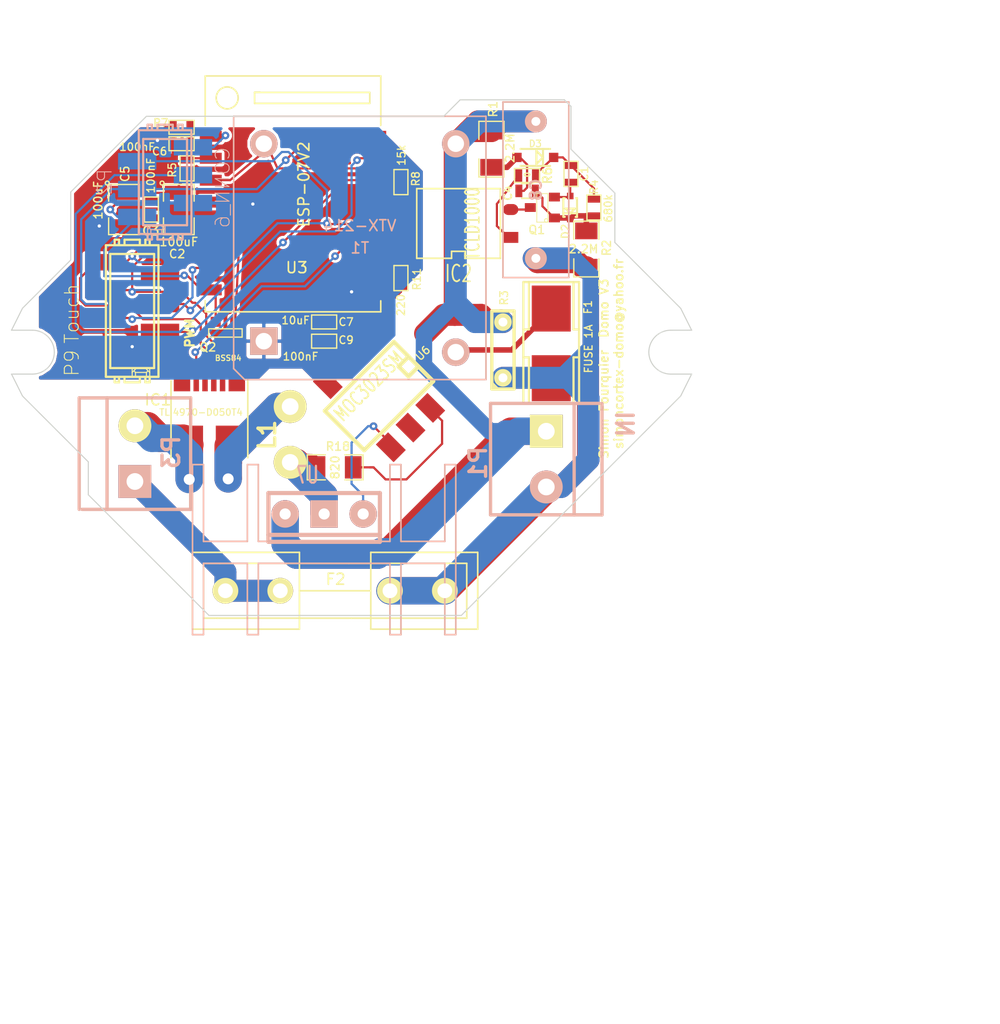
<source format=kicad_pcb>
(kicad_pcb (version 4) (host pcbnew 4.0.5+dfsg1-4)

  (general
    (links 80)
    (no_connects 0)
    (area 38.999999 32.899999 133.95 128.200001)
    (thickness 1.6)
    (drawings 37)
    (tracks 406)
    (zones 0)
    (modules 36)
    (nets 33)
  )

  (page A4)
  (layers
    (0 F.Cu signal)
    (31 B.Cu signal hide)
    (32 B.Adhes user)
    (33 F.Adhes user)
    (34 B.Paste user)
    (35 F.Paste user)
    (36 B.SilkS user)
    (37 F.SilkS user)
    (38 B.Mask user)
    (39 F.Mask user)
    (40 Dwgs.User user)
    (41 Cmts.User user)
    (42 Eco1.User user)
    (43 Eco2.User user)
    (44 Edge.Cuts user)
  )

  (setup
    (last_trace_width 0.2)
    (trace_clearance 0.2)
    (zone_clearance 0.25)
    (zone_45_only no)
    (trace_min 0.2)
    (segment_width 1.5)
    (edge_width 0.1)
    (via_size 0.7)
    (via_drill 0.3)
    (via_min_size 0.7)
    (via_min_drill 0.3)
    (uvia_size 0.508)
    (uvia_drill 0.127)
    (uvias_allowed no)
    (uvia_min_size 0.508)
    (uvia_min_drill 0.127)
    (pcb_text_width 0.3)
    (pcb_text_size 1.5 1.5)
    (mod_edge_width 0.12)
    (mod_text_size 0.7 0.7)
    (mod_text_width 0.12)
    (pad_size 0.635 1.143)
    (pad_drill 0)
    (pad_to_mask_clearance 0)
    (aux_axis_origin 0 0)
    (visible_elements 7FFFFF7F)
    (pcbplotparams
      (layerselection 0x010f0_80000001)
      (usegerberextensions false)
      (excludeedgelayer true)
      (linewidth 0.150000)
      (plotframeref false)
      (viasonmask false)
      (mode 1)
      (useauxorigin false)
      (hpglpennumber 1)
      (hpglpenspeed 20)
      (hpglpendiameter 15)
      (hpglpenoverlay 2)
      (psnegative false)
      (psa4output false)
      (plotreference true)
      (plotvalue true)
      (plotinvisibletext false)
      (padsonsilk false)
      (subtractmaskfromsilk false)
      (outputformat 1)
      (mirror false)
      (drillshape 0)
      (scaleselection 1)
      (outputdirectory ""))
  )

  (net 0 "")
  (net 1 +3.3V)
  (net 2 /230_1)
  (net 3 /230_2)
  (net 4 /230_3)
  (net 5 /ACL)
  (net 6 /ACN)
  (net 7 /ACN_FUSS)
  (net 8 /ADC)
  (net 9 /EN_Curent)
  (net 10 /GPIO0)
  (net 11 /MISO)
  (net 12 /MOSI)
  (net 13 /NCS_EXT1.1)
  (net 14 /NCS_EXT1.2)
  (net 15 /NCS_EXT2.0)
  (net 16 /NCS_TLI)
  (net 17 /SCLK)
  (net 18 /TRIAC1)
  (net 19 /nRST)
  (net 20 /nZeroCross)
  (net 21 GND)
  (net 22 "Net-(C1-Pad1)")
  (net 23 "Net-(C1-Pad2)")
  (net 24 "Net-(C7-Pad1)")
  (net 25 "Net-(F1-Pad2)")
  (net 26 "Net-(IC2-Pad1)")
  (net 27 "Net-(IC2-Pad2)")
  (net 28 "Net-(R11-Pad1)")
  (net 29 "Net-(U6-Pad4)")
  (net 30 "Net-(R18-Pad1)")
  (net 31 "Net-(C4-Pad1)")
  (net 32 "Net-(C4-Pad2)")

  (net_class Default "Ceci est la Netclass par défaut"
    (clearance 0.2)
    (trace_width 0.2)
    (via_dia 0.7)
    (via_drill 0.3)
    (uvia_dia 0.508)
    (uvia_drill 0.127)
    (add_net +3.3V)
    (add_net /ADC)
    (add_net /EN_Curent)
    (add_net /GPIO0)
    (add_net /MISO)
    (add_net /MOSI)
    (add_net /NCS_EXT1.1)
    (add_net /NCS_EXT1.2)
    (add_net /NCS_EXT2.0)
    (add_net /NCS_TLI)
    (add_net /SCLK)
    (add_net /TRIAC1)
    (add_net /nRST)
    (add_net /nZeroCross)
    (add_net GND)
    (add_net "Net-(C1-Pad1)")
    (add_net "Net-(C1-Pad2)")
    (add_net "Net-(C4-Pad1)")
    (add_net "Net-(C4-Pad2)")
    (add_net "Net-(C7-Pad1)")
    (add_net "Net-(F1-Pad2)")
    (add_net "Net-(IC2-Pad1)")
    (add_net "Net-(IC2-Pad2)")
    (add_net "Net-(R11-Pad1)")
    (add_net "Net-(R18-Pad1)")
    (add_net "Net-(U6-Pad4)")
  )

  (net_class 230 ""
    (clearance 0.8)
    (trace_width 2.5)
    (via_dia 2)
    (via_drill 1)
    (uvia_dia 0.508)
    (uvia_drill 0.127)
    (add_net /230_1)
    (add_net /230_2)
    (add_net /230_3)
    (add_net /ACL)
    (add_net /ACN)
    (add_net /ACN_FUSS)
  )

  (net_class power ""
    (clearance 0.25)
    (trace_width 0.5)
    (via_dia 0.9)
    (via_drill 0.5)
    (uvia_dia 0.508)
    (uvia_drill 0.127)
  )

  (module TO220_VERT_230V_rad (layer B.Cu) (tedit 57836E97) (tstamp 5638149B)
    (at 68.5 79.75 270)
    (descr TO220)
    (tags "TR TO220_rad")
    (path /55245EB3)
    (fp_text reference U7 (at -3.556 1.524 540) (layer B.SilkS)
      (effects (font (size 1.524 1.016) (thickness 0.2032)) (justify mirror))
    )
    (fp_text value BTA312-600B (at 0.635 6.35 270) (layer B.SilkS) hide
      (effects (font (size 1.524 1.016) (thickness 0.2032)) (justify mirror))
    )
    (fp_line (start 11 6) (end 11 7) (layer B.SilkS) (width 0.15))
    (fp_line (start 11 7) (end 4.5 7) (layer B.SilkS) (width 0.15))
    (fp_line (start 4.5 7) (end 4.5 11) (layer B.SilkS) (width 0.15))
    (fp_line (start 4.5 11) (end 11 11) (layer B.SilkS) (width 0.15))
    (fp_line (start 11 11) (end 11 12) (layer B.SilkS) (width 0.15))
    (fp_line (start 11 12) (end -4.5 12) (layer B.SilkS) (width 0.15))
    (fp_line (start -4.5 12) (end -4.5 11) (layer B.SilkS) (width 0.15))
    (fp_line (start -4.5 11) (end 2.5 11) (layer B.SilkS) (width 0.15))
    (fp_line (start 2.5 11) (end 2.5 7) (layer B.SilkS) (width 0.15))
    (fp_line (start 2.5 7) (end -4.5 7) (layer B.SilkS) (width 0.15))
    (fp_line (start -4.5 7) (end -4.5 6) (layer B.SilkS) (width 0.15))
    (fp_line (start -4.5 6) (end 2.5 6) (layer B.SilkS) (width 0.15))
    (fp_line (start -4.5 -12) (end 11 -12) (layer B.SilkS) (width 0.15))
    (fp_line (start 11 -12) (end 11 -11) (layer B.SilkS) (width 0.15))
    (fp_line (start 11 -11) (end 4.5 -11) (layer B.SilkS) (width 0.15))
    (fp_line (start 4.5 -11) (end 4.5 -7) (layer B.SilkS) (width 0.15))
    (fp_line (start 4.5 -7) (end 11 -7) (layer B.SilkS) (width 0.15))
    (fp_line (start 11 -7) (end 11 -6) (layer B.SilkS) (width 0.15))
    (fp_line (start 11 -6) (end 4.5 -6) (layer B.SilkS) (width 0.15))
    (fp_line (start 4.5 -6) (end 4.5 6) (layer B.SilkS) (width 0.15))
    (fp_line (start 4.5 6) (end 11 6) (layer B.SilkS) (width 0.15))
    (fp_line (start 2.5 6) (end 2.5 -6) (layer B.SilkS) (width 0.15))
    (fp_line (start -4.5 -6) (end 2.5 -6) (layer B.SilkS) (width 0.15))
    (fp_line (start -4.5 -6) (end -4.5 -7) (layer B.SilkS) (width 0.15))
    (fp_line (start 2.5 -7) (end -4.5 -7) (layer B.SilkS) (width 0.15))
    (fp_line (start 2.5 -7) (end 2.5 -11) (layer B.SilkS) (width 0.15))
    (fp_line (start -4.5 -11) (end 2.5 -11) (layer B.SilkS) (width 0.15))
    (fp_line (start -4.5 -11) (end -4.5 -12) (layer B.SilkS) (width 0.15))
    (fp_line (start 1.905 5.08) (end 2.54 5.08) (layer B.SilkS) (width 0.381))
    (fp_line (start 2.54 5.08) (end 2.54 -5.08) (layer B.SilkS) (width 0.381))
    (fp_line (start 2.54 -5.08) (end 1.905 -5.08) (layer B.SilkS) (width 0.381))
    (fp_line (start -1.905 5.08) (end 1.905 5.08) (layer B.SilkS) (width 0.381))
    (fp_line (start 1.905 5.08) (end 1.905 -5.08) (layer B.SilkS) (width 0.381))
    (fp_line (start 1.905 -5.08) (end -1.905 -5.08) (layer B.SilkS) (width 0.381))
    (fp_line (start -1.905 -5.08) (end -1.905 5.08) (layer B.SilkS) (width 0.381))
    (pad 2 thru_hole rect (at 0 0 270) (size 2.5 2.5) (drill 1.016) (layers *.Cu *.Mask B.SilkS)
      (net 2 /230_1))
    (pad 3 thru_hole circle (at 0 -3.556 270) (size 2.5 2.5) (drill 1.016) (layers *.Cu *.Mask B.SilkS)
      (net 29 "Net-(U6-Pad4)"))
    (pad 1 thru_hole circle (at 0 3.556 270) (size 2.5 2.5) (drill 1.016) (layers *.Cu *.Mask B.SilkS)
      (net 5 /ACL))
  )

  (module SOD323-REFLOW (layer F.Cu) (tedit 57D5707D) (tstamp 557E0B66)
    (at 90.932 51.816 90)
    (tags "diode SOD323 SC90 reflow")
    (path /552313B1)
    (fp_text reference D2 (at -2.184 -0.432 270) (layer F.SilkS)
      (effects (font (size 0.7 0.7) (thickness 0.12)))
    )
    (fp_text value "BAS 21-03W E6327" (at 0 1.27 90) (layer F.SilkS) hide
      (effects (font (size 0.508 0.508) (thickness 0.0508)))
    )
    (fp_line (start -0.52578 -0.62484) (end -0.52578 0.62484) (layer F.SilkS) (width 0.1905))
    (fp_line (start -0.09906 -0.42418) (end -0.09906 0.42418) (layer F.SilkS) (width 0.1905))
    (fp_line (start -0.09906 0.42418) (end -0.52578 0) (layer F.SilkS) (width 0.1905))
    (fp_line (start -0.52578 0) (end -0.09906 -0.42418) (layer F.SilkS) (width 0.1905))
    (fp_line (start 0.8509 -0.50038) (end 0.8509 0.50038) (layer Dwgs.User) (width 0.1905))
    (fp_line (start -0.8509 -0.50038) (end -0.8509 0.50038) (layer Dwgs.User) (width 0.1905))
    (fp_line (start -0.8509 0.62484) (end -0.8509 0.50038) (layer F.SilkS) (width 0.1905))
    (fp_line (start -0.8509 -0.62484) (end -0.8509 -0.50038) (layer F.SilkS) (width 0.1905))
    (fp_line (start 0.8509 0.62484) (end 0.8509 0.50038) (layer F.SilkS) (width 0.1905))
    (fp_line (start 0.8509 -0.62484) (end 0.8509 -0.50038) (layer F.SilkS) (width 0.1905))
    (fp_line (start -0.8509 0.61976) (end 0.8509 0.61976) (layer F.SilkS) (width 0.1905))
    (fp_line (start -0.8509 -0.62992) (end 0.8509 -0.62992) (layer F.SilkS) (width 0.1905))
    (pad 2 smd rect (at -1.04902 0 90) (size 0.59944 0.59944) (layers F.Cu F.Paste F.Mask)
      (net 32 "Net-(C4-Pad2)") (clearance 0.09906))
    (pad 1 smd rect (at 1.04902 0 90) (size 0.59944 0.59944) (layers F.Cu F.Paste F.Mask)
      (net 23 "Net-(C1-Pad2)") (clearance 0.09906))
  )

  (module SOD123 (layer F.Cu) (tedit 57D5706B) (tstamp 557E0B78)
    (at 87.75 47.25 180)
    (path /557CCB90)
    (fp_text reference D3 (at 0 1.25 180) (layer F.SilkS)
      (effects (font (size 0.6 0.6) (thickness 0.1)))
    )
    (fp_text value RR255M-400TR (at 0.6125 -1.4165 180) (layer F.SilkS) hide
      (effects (font (size 0.5 0.5) (thickness 0.125)))
    )
    (fp_line (start 1.34874 0.7747) (end -1.34874 0.7747) (layer F.SilkS) (width 0.1905))
    (fp_line (start -1.34874 -0.7747) (end 1.34874 -0.7747) (layer F.SilkS) (width 0.1905))
    (fp_line (start -0.70104 -0.7747) (end -0.70104 0.7747) (layer F.SilkS) (width 0.1905))
    (fp_line (start -1.34874 -0.7747) (end -1.34874 0.7747) (layer Dwgs.User) (width 0.1905))
    (fp_line (start 1.34874 -0.7747) (end 1.34874 0.7747) (layer Dwgs.User) (width 0.1905))
    (fp_line (start -0.70104 0) (end -0.09906 -0.59944) (layer F.SilkS) (width 0.1905))
    (fp_line (start -0.09906 -0.59944) (end -0.09906 0.59944) (layer F.SilkS) (width 0.1905))
    (fp_line (start -0.09906 0.59944) (end -0.70104 0) (layer F.SilkS) (width 0.1905))
    (pad 2 smd rect (at -1.67386 0 180) (size 0.8509 0.8509) (layers F.Cu F.Paste F.Mask)
      (net 22 "Net-(C1-Pad1)"))
    (pad 1 smd rect (at 1.67386 0 180) (size 0.8509 0.8509) (layers F.Cu F.Paste F.Mask)
      (net 31 "Net-(C4-Pad1)"))
  )

  (module bornier2_230v (layer B.Cu) (tedit 558F1C9D) (tstamp 56381506)
    (at 51.25 74.25 90)
    (descr "Bornier d'alimentation 2 pins")
    (tags DEV)
    (path /55264EAC)
    (fp_text reference P3 (at 0.127 3.302 90) (layer B.SilkS)
      (effects (font (thickness 0.3048)) (justify mirror))
    )
    (fp_text value OUT (at -8.89 -3.048 90) (layer B.SilkS) hide
      (effects (font (thickness 0.3048)) (justify mirror))
    )
    (fp_line (start -5.08 -4.826) (end -5.08 5.08) (layer B.SilkS) (width 0.3048))
    (fp_line (start 5.08 5.08) (end 5.08 -5.08) (layer B.SilkS) (width 0.3048))
    (fp_line (start 5.08 -2.54) (end -5.08 -2.54) (layer B.SilkS) (width 0.3048))
    (fp_line (start 5.08 5.08) (end -5.08 5.08) (layer B.SilkS) (width 0.3048))
    (fp_line (start -5.08 -5.08) (end 5.08 -5.08) (layer B.SilkS) (width 0.3048))
    (pad 1 thru_hole rect (at -2.54 0 90) (size 3 3) (drill 1.524) (layers *.Cu *.Mask B.SilkS)
      (net 4 /230_3))
    (pad 2 thru_hole circle (at 2.54 0 90) (size 3 3) (drill 1.524) (layers *.Cu *.Mask F.SilkS)
      (net 3 /230_2))
    (model device/bornier_2.wrl
      (at (xyz 0 0 0))
      (scale (xyz 1 1 1))
      (rotate (xyz 0 0 0))
    )
  )

  (module VTX-214-001-103 (layer B.Cu) (tedit 563A80A1) (tstamp 5589582B)
    (at 71.75 55.5 180)
    (path /563A8436)
    (fp_text reference T1 (at 0 0 180) (layer B.SilkS)
      (effects (font (size 1 1) (thickness 0.15)) (justify mirror))
    )
    (fp_text value VTX-214 (at 0 2.032 180) (layer B.SilkS)
      (effects (font (size 1 1) (thickness 0.15)) (justify mirror))
    )
    (fp_line (start -11.5 12) (end -11.5 -12) (layer B.SilkS) (width 0.15))
    (fp_line (start 11.5 -11) (end 11.5 12) (layer B.SilkS) (width 0.15))
    (fp_line (start -11.5 -12) (end 10.5 -12) (layer B.SilkS) (width 0.15))
    (fp_line (start 10.5 -12) (end 11.5 -11) (layer B.SilkS) (width 0.15))
    (fp_line (start 11.5 12) (end -11.5 12) (layer B.SilkS) (width 0.15))
    (pad 2 thru_hole circle (at 8.75 9.5 180) (size 2.5 2.5) (drill 1.5) (layers *.Cu *.Mask B.SilkS)
      (net 1 +3.3V))
    (pad 1 thru_hole rect (at 8.75 -8.5 180) (size 2.5 2.5) (drill 1.5) (layers *.Cu *.Mask B.SilkS)
      (net 21 GND))
    (pad 4 thru_hole circle (at -8.75 -9.5 180) (size 2.5 2.5) (drill 1.5) (layers *.Cu *.Mask B.SilkS)
      (net 25 "Net-(F1-Pad2)"))
    (pad 3 thru_hole circle (at -8.75 9.5 180) (size 2.5 2.5) (drill 1.5) (layers *.Cu *.Mask B.SilkS)
      (net 5 /ACL))
  )

  (module con-amp-micromatch-MMT-SMD-6 (layer B.Cu) (tedit 5650C0F7) (tstamp 5638091D)
    (at 54 49.5 270)
    (descr "MICROMATCH 6 SMD 7-215464-6")
    (tags "MICROMATCH 6 SMD 7-215464-6")
    (path /5638066D)
    (attr smd)
    (fp_text reference P2 (at 0 5.5 270) (layer B.SilkS)
      (effects (font (size 1.27 1.27) (thickness 0.0889)) (justify mirror))
    )
    (fp_text value CONN_6 (at 0.5 -5.25 270) (layer B.SilkS)
      (effects (font (size 1.27 1.27) (thickness 0.0889)) (justify mirror))
    )
    (fp_line (start -3.92938 -1.99898) (end -3.92938 1.99898) (layer B.SilkS) (width 0.2032))
    (fp_line (start -3.92938 1.99898) (end 3.92938 1.99898) (layer B.SilkS) (width 0.2032))
    (fp_line (start 3.92938 1.99898) (end 3.92938 -1.99898) (layer B.SilkS) (width 0.2032))
    (fp_line (start 3.92938 -1.99898) (end -3.92938 -1.99898) (layer B.SilkS) (width 0.2032))
    (fp_line (start -4.72948 -2.39776) (end -4.72948 2.39776) (layer B.SilkS) (width 0.2032))
    (fp_line (start -4.72948 2.39776) (end 4.72948 2.39776) (layer B.SilkS) (width 0.2032))
    (fp_line (start 4.72948 2.39776) (end 4.72948 -2.39776) (layer B.SilkS) (width 0.2032))
    (fp_line (start 4.72948 -2.39776) (end -4.72948 -2.39776) (layer B.SilkS) (width 0.2032))
    (fp_line (start 4.82854 0.6985) (end 5.22986 0.6985) (layer B.SilkS) (width 0.2032))
    (fp_line (start 5.22986 0.6985) (end 5.22986 -0.6985) (layer B.SilkS) (width 0.2032))
    (fp_line (start 5.22986 -0.6985) (end 4.82854 -0.6985) (layer B.SilkS) (width 0.2032))
    (fp_line (start 4.82854 1.19888) (end 5.22986 1.19888) (layer B.SilkS) (width 0.2032))
    (fp_line (start 5.22986 1.19888) (end 5.22986 1.59766) (layer B.SilkS) (width 0.2032))
    (fp_line (start 5.22986 1.59766) (end 4.82854 1.59766) (layer B.SilkS) (width 0.2032))
    (fp_line (start 4.82854 -1.19888) (end 5.22986 -1.19888) (layer B.SilkS) (width 0.2032))
    (fp_line (start 5.22986 -1.19888) (end 5.22986 -1.59766) (layer B.SilkS) (width 0.2032))
    (fp_line (start 5.22986 -1.59766) (end 4.82854 -1.59766) (layer B.SilkS) (width 0.2032))
    (fp_line (start -4.82854 1.19888) (end -5.22986 1.19888) (layer B.SilkS) (width 0.2032))
    (fp_line (start -5.22986 1.19888) (end -5.22986 1.59766) (layer B.SilkS) (width 0.2032))
    (fp_line (start -5.22986 1.59766) (end -4.82854 1.59766) (layer B.SilkS) (width 0.2032))
    (fp_line (start -4.82854 -1.19888) (end -5.22986 -1.19888) (layer B.SilkS) (width 0.2032))
    (fp_line (start -5.22986 -1.19888) (end -5.22986 -1.59766) (layer B.SilkS) (width 0.2032))
    (fp_line (start -5.22986 -1.59766) (end -4.82854 -1.59766) (layer B.SilkS) (width 0.2032))
    (fp_line (start -4.82854 0.6985) (end -5.22986 0.6985) (layer B.SilkS) (width 0.2032))
    (fp_line (start -5.22986 0.6985) (end -5.22986 -0.6985) (layer B.SilkS) (width 0.2032))
    (fp_line (start -5.22986 -0.6985) (end -4.82854 -0.6985) (layer B.SilkS) (width 0.2032))
    (fp_line (start 4.02844 1.59766) (end 4.32816 1.59766) (layer B.SilkS) (width 0.1016))
    (fp_line (start 4.32816 1.59766) (end 4.62788 1.59766) (layer B.SilkS) (width 0.1016))
    (fp_line (start 4.02844 0) (end 4.32816 0) (layer B.SilkS) (width 0.1016))
    (fp_line (start 4.32816 0) (end 4.62788 0) (layer B.SilkS) (width 0.1016))
    (fp_line (start 4.62788 1.29794) (end 4.32816 1.29794) (layer B.SilkS) (width 0.1016))
    (fp_line (start 4.32816 1.29794) (end 4.32816 0.29972) (layer B.SilkS) (width 0.1016))
    (fp_line (start 4.32816 0.29972) (end 4.62788 0.29972) (layer B.SilkS) (width 0.1016))
    (fp_line (start 4.02844 1.29794) (end 4.32816 1.59766) (layer B.SilkS) (width 0.1016))
    (fp_line (start 4.02844 0.29972) (end 4.32816 0) (layer B.SilkS) (width 0.1016))
    (fp_line (start 4.2291 1.39954) (end 4.32816 1.29794) (layer B.SilkS) (width 0.1016))
    (fp_line (start 4.2291 0.19812) (end 4.32816 0.29972) (layer B.SilkS) (width 0.1016))
    (pad 1 smd rect (at 3.175 2.54 180) (size 3.49758 1.4986) (layers B.Cu B.Paste B.Mask)
      (net 1 +3.3V))
    (pad 2 smd rect (at 1.905 -2.54 180) (size 3.49758 1.4986) (layers B.Cu B.Paste B.Mask)
      (net 21 GND))
    (pad 3 smd rect (at 0.635 2.54 180) (size 3.49758 1.4986) (layers B.Cu B.Paste B.Mask)
      (net 14 /NCS_EXT1.2))
    (pad 4 smd rect (at -0.635 -2.54 180) (size 3.49758 1.4986) (layers B.Cu B.Paste B.Mask)
      (net 13 /NCS_EXT1.1))
    (pad 5 smd rect (at -1.905 2.54 180) (size 3.49758 1.4986) (layers B.Cu B.Paste B.Mask)
      (net 10 /GPIO0))
    (pad 6 smd rect (at -3.175 -2.54 180) (size 3.49758 1.4986) (layers B.Cu B.Paste B.Mask)
      (net 19 /nRST))
  )

  (module con-amp-micromatch-MMT-SMD-8 (layer F.Cu) (tedit 5650C0FE) (tstamp 557E0C90)
    (at 51 61.25 270)
    (descr "MICROMATCH 8 SMD 7-215464-8")
    (tags "MICROMATCH 8 SMD 7-215464-8")
    (path /557EFBCE)
    (attr smd)
    (fp_text reference P9 (at 4.75 5.5 270) (layer F.SilkS)
      (effects (font (size 1.27 1.27) (thickness 0.0889)))
    )
    (fp_text value Touch (at 0.25 5.5 270) (layer F.SilkS)
      (effects (font (size 1.27 1.27) (thickness 0.0889)))
    )
    (fp_line (start -5.19938 1.99898) (end -5.19938 -1.99898) (layer F.SilkS) (width 0.2032))
    (fp_line (start -5.19938 -1.99898) (end 5.19938 -1.99898) (layer F.SilkS) (width 0.2032))
    (fp_line (start 5.19938 -1.99898) (end 5.19938 1.99898) (layer F.SilkS) (width 0.2032))
    (fp_line (start 5.19938 1.99898) (end -5.19938 1.99898) (layer F.SilkS) (width 0.2032))
    (fp_line (start -5.99948 2.39776) (end -5.99948 -2.39776) (layer F.SilkS) (width 0.2032))
    (fp_line (start -5.99948 -2.39776) (end 5.99948 -2.39776) (layer F.SilkS) (width 0.2032))
    (fp_line (start 5.99948 -2.39776) (end 5.99948 2.39776) (layer F.SilkS) (width 0.2032))
    (fp_line (start 5.99948 2.39776) (end -5.99948 2.39776) (layer F.SilkS) (width 0.2032))
    (fp_line (start 6.09854 -0.6985) (end 6.49986 -0.6985) (layer F.SilkS) (width 0.2032))
    (fp_line (start 6.49986 -0.6985) (end 6.49986 0.6985) (layer F.SilkS) (width 0.2032))
    (fp_line (start 6.49986 0.6985) (end 6.09854 0.6985) (layer F.SilkS) (width 0.2032))
    (fp_line (start 6.09854 -1.19888) (end 6.49986 -1.19888) (layer F.SilkS) (width 0.2032))
    (fp_line (start 6.49986 -1.19888) (end 6.49986 -1.59766) (layer F.SilkS) (width 0.2032))
    (fp_line (start 6.49986 -1.59766) (end 6.09854 -1.59766) (layer F.SilkS) (width 0.2032))
    (fp_line (start 6.09854 1.19888) (end 6.49986 1.19888) (layer F.SilkS) (width 0.2032))
    (fp_line (start 6.49986 1.19888) (end 6.49986 1.59766) (layer F.SilkS) (width 0.2032))
    (fp_line (start 6.49986 1.59766) (end 6.09854 1.59766) (layer F.SilkS) (width 0.2032))
    (fp_line (start -6.09854 -1.19888) (end -6.49986 -1.19888) (layer F.SilkS) (width 0.2032))
    (fp_line (start -6.49986 -1.19888) (end -6.49986 -1.59766) (layer F.SilkS) (width 0.2032))
    (fp_line (start -6.49986 -1.59766) (end -6.09854 -1.59766) (layer F.SilkS) (width 0.2032))
    (fp_line (start -6.09854 1.19888) (end -6.49986 1.19888) (layer F.SilkS) (width 0.2032))
    (fp_line (start -6.49986 1.19888) (end -6.49986 1.59766) (layer F.SilkS) (width 0.2032))
    (fp_line (start -6.49986 1.59766) (end -6.09854 1.59766) (layer F.SilkS) (width 0.2032))
    (fp_line (start -6.09854 -0.6985) (end -6.49986 -0.6985) (layer F.SilkS) (width 0.2032))
    (fp_line (start -6.49986 -0.6985) (end -6.49986 0.6985) (layer F.SilkS) (width 0.2032))
    (fp_line (start -6.49986 0.6985) (end -6.09854 0.6985) (layer F.SilkS) (width 0.2032))
    (fp_line (start 5.29844 -1.59766) (end 5.59816 -1.59766) (layer F.SilkS) (width 0.1016))
    (fp_line (start 5.59816 -1.59766) (end 5.89788 -1.59766) (layer F.SilkS) (width 0.1016))
    (fp_line (start 5.29844 0) (end 5.59816 0) (layer F.SilkS) (width 0.1016))
    (fp_line (start 5.59816 0) (end 5.89788 0) (layer F.SilkS) (width 0.1016))
    (fp_line (start 5.89788 -1.29794) (end 5.59816 -1.29794) (layer F.SilkS) (width 0.1016))
    (fp_line (start 5.59816 -1.29794) (end 5.59816 -0.29972) (layer F.SilkS) (width 0.1016))
    (fp_line (start 5.59816 -0.29972) (end 5.89788 -0.29972) (layer F.SilkS) (width 0.1016))
    (fp_line (start 5.29844 -1.29794) (end 5.59816 -1.59766) (layer F.SilkS) (width 0.1016))
    (fp_line (start 5.29844 -0.29972) (end 5.59816 0) (layer F.SilkS) (width 0.1016))
    (fp_line (start 5.4991 -1.39954) (end 5.59816 -1.29794) (layer F.SilkS) (width 0.1016))
    (fp_line (start 5.4991 -0.19812) (end 5.59816 -0.29972) (layer F.SilkS) (width 0.1016))
    (pad 1 smd rect (at 4.445 -2.54) (size 3.49758 1.4986) (layers F.Cu F.Paste F.Mask)
      (net 21 GND))
    (pad 2 smd rect (at 3.175 2.54) (size 3.49758 1.4986) (layers F.Cu F.Paste F.Mask)
      (net 21 GND))
    (pad 3 smd rect (at 1.905 -2.54) (size 3.49758 1.4986) (layers F.Cu F.Paste F.Mask)
      (net 15 /NCS_EXT2.0))
    (pad 4 smd rect (at 0.635 2.54) (size 3.49758 1.4986) (layers F.Cu F.Paste F.Mask)
      (net 12 /MOSI))
    (pad 5 smd rect (at -0.635 -2.54) (size 3.49758 1.4986) (layers F.Cu F.Paste F.Mask)
      (net 10 /GPIO0))
    (pad 6 smd rect (at -1.905 2.54) (size 3.49758 1.4986) (layers F.Cu F.Paste F.Mask)
      (net 11 /MISO))
    (pad 7 smd rect (at -3.175 -2.54) (size 3.49758 1.4986) (layers F.Cu F.Paste F.Mask)
      (net 1 +3.3V))
    (pad 8 smd rect (at -4.445 2.54) (size 3.49758 1.4986) (layers F.Cu F.Paste F.Mask)
      (net 17 /SCLK))
  )

  (module PG-TISION-8-1 (layer F.Cu) (tedit 558F1D60) (tstamp 558935CE)
    (at 58.039 71.12 180)
    (path /552E5CEA)
    (fp_text reference IC1 (at 4.699 1.778 180) (layer F.SilkS)
      (effects (font (size 1 1) (thickness 0.15)))
    )
    (fp_text value TLI4970-D050T4 (at 0.762 0.635 180) (layer F.SilkS)
      (effects (font (size 0.6 0.6) (thickness 0.1)))
    )
    (fp_line (start -3.5 -3.5) (end -3.5 3.5) (layer F.SilkS) (width 0.15))
    (fp_line (start 3.5 3.5) (end 3.5 -3.5) (layer F.SilkS) (width 0.15))
    (pad 7 smd rect (at 1.78 -2.32 180) (size 2.4 3.48) (layers F.Cu F.Paste F.Mask)
      (net 3 /230_2))
    (pad 8 smd rect (at -1.78 -2.32 180) (size 2.4 3.48) (layers F.Cu F.Paste F.Mask)
      (net 7 /ACN_FUSS))
    (pad 1 smd rect (at -2.5 3.35 180) (size 1.5 1.6) (layers F.Cu F.Paste F.Mask)
      (net 21 GND))
    (pad 6 smd rect (at 2.5 3.35 180) (size 1.5 1.6) (layers F.Cu F.Paste F.Mask))
    (pad 3 smd rect (at -0.4 3.35 180) (size 0.5 1.6) (layers F.Cu F.Paste F.Mask)
      (net 11 /MISO))
    (pad 2 smd rect (at -1.2 3.35 180) (size 0.5 1.6) (layers F.Cu F.Paste F.Mask)
      (net 24 "Net-(C7-Pad1)"))
    (pad 4 smd rect (at 0.4 3.35 180) (size 0.5 1.6) (layers F.Cu F.Paste F.Mask)
      (net 17 /SCLK))
    (pad 5 smd rect (at 1.2 3.35 180) (size 0.5 1.6) (layers F.Cu F.Paste F.Mask)
      (net 16 /NCS_TLI))
  )

  (module SM1206 (layer F.Cu) (tedit 5650B70D) (tstamp 557E0B84)
    (at 83.75 46.5 270)
    (path /55230CC6)
    (attr smd)
    (fp_text reference R1 (at -3.65 -0.15 270) (layer F.SilkS)
      (effects (font (size 0.762 0.762) (thickness 0.127)))
    )
    (fp_text value 2.2M (at -0.1 -1.7 270) (layer F.SilkS)
      (effects (font (size 0.762 0.762) (thickness 0.127)))
    )
    (fp_line (start -2.54 -1.143) (end -2.54 1.143) (layer F.SilkS) (width 0.127))
    (fp_line (start -2.54 1.143) (end -0.889 1.143) (layer F.SilkS) (width 0.127))
    (fp_line (start 0.889 -1.143) (end 2.54 -1.143) (layer F.SilkS) (width 0.127))
    (fp_line (start 2.54 -1.143) (end 2.54 1.143) (layer F.SilkS) (width 0.127))
    (fp_line (start 2.54 1.143) (end 0.889 1.143) (layer F.SilkS) (width 0.127))
    (fp_line (start -0.889 -1.143) (end -2.54 -1.143) (layer F.SilkS) (width 0.127))
    (pad 1 smd rect (at -1.651 0 270) (size 1.524 2.032) (layers F.Cu F.Paste F.Mask)
      (net 5 /ACL))
    (pad 2 smd rect (at 1.651 0 270) (size 1.524 2.032) (layers F.Cu F.Paste F.Mask)
      (net 31 "Net-(C4-Pad1)"))
    (model smd/chip_cms.wrl
      (at (xyz 0 0 0))
      (scale (xyz 0.17 0.16 0.16))
      (rotate (xyz 0 0 0))
    )
  )

  (module SM1206 (layer F.Cu) (tedit 558F1E3F) (tstamp 5583F1CC)
    (at 69.5 75.5 180)
    (path /55245957)
    (attr smd)
    (fp_text reference R18 (at -0.254 1.905 180) (layer F.SilkS)
      (effects (font (size 0.762 0.762) (thickness 0.127)))
    )
    (fp_text value 820 (at 0 0 270) (layer F.SilkS)
      (effects (font (size 0.762 0.762) (thickness 0.127)))
    )
    (fp_line (start -2.54 -1.143) (end -2.54 1.143) (layer F.SilkS) (width 0.127))
    (fp_line (start -2.54 1.143) (end -0.889 1.143) (layer F.SilkS) (width 0.127))
    (fp_line (start 0.889 -1.143) (end 2.54 -1.143) (layer F.SilkS) (width 0.127))
    (fp_line (start 2.54 -1.143) (end 2.54 1.143) (layer F.SilkS) (width 0.127))
    (fp_line (start 2.54 1.143) (end 0.889 1.143) (layer F.SilkS) (width 0.127))
    (fp_line (start -0.889 -1.143) (end -2.54 -1.143) (layer F.SilkS) (width 0.127))
    (pad 1 smd rect (at -1.651 0 180) (size 1.524 2.032) (layers F.Cu F.Paste F.Mask)
      (net 30 "Net-(R18-Pad1)"))
    (pad 2 smd rect (at 1.651 0 180) (size 1.524 2.032) (layers F.Cu F.Paste F.Mask)
      (net 2 /230_1))
    (model smd/chip_cms.wrl
      (at (xyz 0 0 0))
      (scale (xyz 0.17 0.16 0.16))
      (rotate (xyz 0 0 0))
    )
  )

  (module SM1206 (layer F.Cu) (tedit 5650C164) (tstamp 557E0BCC)
    (at 92.4 55.6 90)
    (path /55230CDF)
    (attr smd)
    (fp_text reference R2 (at 0.1 1.85 90) (layer F.SilkS)
      (effects (font (size 0.762 0.762) (thickness 0.127)))
    )
    (fp_text value 2.2M (at 0 -0.254 180) (layer F.SilkS)
      (effects (font (size 0.762 0.762) (thickness 0.127)))
    )
    (fp_line (start -2.54 -1.143) (end -2.54 1.143) (layer F.SilkS) (width 0.127))
    (fp_line (start -2.54 1.143) (end -0.889 1.143) (layer F.SilkS) (width 0.127))
    (fp_line (start 0.889 -1.143) (end 2.54 -1.143) (layer F.SilkS) (width 0.127))
    (fp_line (start 2.54 -1.143) (end 2.54 1.143) (layer F.SilkS) (width 0.127))
    (fp_line (start 2.54 1.143) (end 0.889 1.143) (layer F.SilkS) (width 0.127))
    (fp_line (start -0.889 -1.143) (end -2.54 -1.143) (layer F.SilkS) (width 0.127))
    (pad 1 smd rect (at -1.651 0 90) (size 1.524 2.032) (layers F.Cu F.Paste F.Mask)
      (net 6 /ACN))
    (pad 2 smd rect (at 1.651 0 90) (size 1.524 2.032) (layers F.Cu F.Paste F.Mask)
      (net 32 "Net-(C4-Pad2)"))
    (model smd/chip_cms.wrl
      (at (xyz 0 0 0))
      (scale (xyz 0.17 0.16 0.16))
      (rotate (xyz 0 0 0))
    )
  )

  (module SM0603 (layer F.Cu) (tedit 5650B837) (tstamp 557E0BEA)
    (at 68.5 64)
    (path /552668CB)
    (attr smd)
    (fp_text reference C9 (at 2 -0.1 180) (layer F.SilkS)
      (effects (font (size 0.7 0.7) (thickness 0.12)))
    )
    (fp_text value 100nF (at -2.15 1.4) (layer F.SilkS)
      (effects (font (size 0.7 0.7) (thickness 0.12)))
    )
    (fp_line (start -1.143 -0.635) (end 1.143 -0.635) (layer F.SilkS) (width 0.127))
    (fp_line (start 1.143 -0.635) (end 1.143 0.635) (layer F.SilkS) (width 0.127))
    (fp_line (start 1.143 0.635) (end -1.143 0.635) (layer F.SilkS) (width 0.127))
    (fp_line (start -1.143 0.635) (end -1.143 -0.635) (layer F.SilkS) (width 0.127))
    (pad 1 smd rect (at -0.762 0) (size 0.635 1.143) (layers F.Cu F.Paste F.Mask)
      (net 24 "Net-(C7-Pad1)"))
    (pad 2 smd rect (at 0.762 0) (size 0.635 1.143) (layers F.Cu F.Paste F.Mask)
      (net 21 GND))
    (model smd\resistors\R0603.wrl
      (at (xyz 0 0 0.001))
      (scale (xyz 0.5 0.5 0.5))
      (rotate (xyz 0 0 0))
    )
  )

  (module SM0603 (layer F.Cu) (tedit 5650B864) (tstamp 557E0C08)
    (at 75.5 58.25 90)
    (path /557D95E3)
    (attr smd)
    (fp_text reference R11 (at -0.1 1.45 90) (layer F.SilkS)
      (effects (font (size 0.7 0.7) (thickness 0.12)))
    )
    (fp_text value 220 (at -2.45 0 90) (layer F.SilkS)
      (effects (font (size 0.7 0.7) (thickness 0.12)))
    )
    (fp_line (start -1.143 -0.635) (end 1.143 -0.635) (layer F.SilkS) (width 0.127))
    (fp_line (start 1.143 -0.635) (end 1.143 0.635) (layer F.SilkS) (width 0.127))
    (fp_line (start 1.143 0.635) (end -1.143 0.635) (layer F.SilkS) (width 0.127))
    (fp_line (start -1.143 0.635) (end -1.143 -0.635) (layer F.SilkS) (width 0.127))
    (pad 1 smd rect (at -0.762 0 90) (size 0.635 1.143) (layers F.Cu F.Paste F.Mask)
      (net 28 "Net-(R11-Pad1)"))
    (pad 2 smd rect (at 0.762 0 90) (size 0.635 1.143) (layers F.Cu F.Paste F.Mask)
      (net 18 /TRIAC1))
    (model smd\resistors\R0603.wrl
      (at (xyz 0 0 0.001))
      (scale (xyz 0.5 0.5 0.5))
      (rotate (xyz 0 0 0))
    )
  )

  (module SM0603 (layer F.Cu) (tedit 5650B841) (tstamp 557E0C30)
    (at 68.5 62.25)
    (path /557DDD04)
    (attr smd)
    (fp_text reference C7 (at 2 0 180) (layer F.SilkS)
      (effects (font (size 0.7 0.7) (thickness 0.12)))
    )
    (fp_text value 10uF (at -2.6 -0.15) (layer F.SilkS)
      (effects (font (size 0.7 0.7) (thickness 0.12)))
    )
    (fp_line (start -1.143 -0.635) (end 1.143 -0.635) (layer F.SilkS) (width 0.127))
    (fp_line (start 1.143 -0.635) (end 1.143 0.635) (layer F.SilkS) (width 0.127))
    (fp_line (start 1.143 0.635) (end -1.143 0.635) (layer F.SilkS) (width 0.127))
    (fp_line (start -1.143 0.635) (end -1.143 -0.635) (layer F.SilkS) (width 0.127))
    (pad 1 smd rect (at -0.762 0) (size 0.635 1.143) (layers F.Cu F.Paste F.Mask)
      (net 24 "Net-(C7-Pad1)"))
    (pad 2 smd rect (at 0.762 0) (size 0.635 1.143) (layers F.Cu F.Paste F.Mask)
      (net 21 GND))
    (model smd\resistors\R0603.wrl
      (at (xyz 0 0 0.001))
      (scale (xyz 0.5 0.5 0.5))
      (rotate (xyz 0 0 0))
    )
  )

  (module SM0603 (layer F.Cu) (tedit 5650B8C5) (tstamp 557E0C58)
    (at 52.75 52 270)
    (path /5522F2A6)
    (attr smd)
    (fp_text reference C3 (at 1.95 0.05 360) (layer F.SilkS)
      (effects (font (size 0.8 0.8) (thickness 0.15)))
    )
    (fp_text value 100nF (at -3.1 0.05 270) (layer F.SilkS)
      (effects (font (size 0.7 0.7) (thickness 0.12)))
    )
    (fp_line (start -1.143 -0.635) (end 1.143 -0.635) (layer F.SilkS) (width 0.127))
    (fp_line (start 1.143 -0.635) (end 1.143 0.635) (layer F.SilkS) (width 0.127))
    (fp_line (start 1.143 0.635) (end -1.143 0.635) (layer F.SilkS) (width 0.127))
    (fp_line (start -1.143 0.635) (end -1.143 -0.635) (layer F.SilkS) (width 0.127))
    (pad 1 smd rect (at -0.762 0 270) (size 0.635 1.143) (layers F.Cu F.Paste F.Mask)
      (net 1 +3.3V))
    (pad 2 smd rect (at 0.762 0 270) (size 0.635 1.143) (layers F.Cu F.Paste F.Mask)
      (net 21 GND))
    (model smd\resistors\R0603.wrl
      (at (xyz 0 0 0.001))
      (scale (xyz 0.5 0.5 0.5))
      (rotate (xyz 0 0 0))
    )
  )

  (module SM0603 (layer F.Cu) (tedit 5650B76C) (tstamp 557E0C62)
    (at 93.091 51.816 270)
    (path /55230EF3)
    (attr smd)
    (fp_text reference R4 (at -1.866 -0.009 270) (layer F.SilkS)
      (effects (font (size 0.7 0.7) (thickness 0.12)))
    )
    (fp_text value 680k (at 0.084 -1.309 270) (layer F.SilkS)
      (effects (font (size 0.7 0.7) (thickness 0.12)))
    )
    (fp_line (start -1.143 -0.635) (end 1.143 -0.635) (layer F.SilkS) (width 0.127))
    (fp_line (start 1.143 -0.635) (end 1.143 0.635) (layer F.SilkS) (width 0.127))
    (fp_line (start 1.143 0.635) (end -1.143 0.635) (layer F.SilkS) (width 0.127))
    (fp_line (start -1.143 0.635) (end -1.143 -0.635) (layer F.SilkS) (width 0.127))
    (pad 1 smd rect (at -0.762 0 270) (size 0.635 1.143) (layers F.Cu F.Paste F.Mask)
      (net 22 "Net-(C1-Pad1)"))
    (pad 2 smd rect (at 0.762 0 270) (size 0.635 1.143) (layers F.Cu F.Paste F.Mask)
      (net 32 "Net-(C4-Pad2)"))
    (model smd\resistors\R0603.wrl
      (at (xyz 0 0 0.001))
      (scale (xyz 0.5 0.5 0.5))
      (rotate (xyz 0 0 0))
    )
  )

  (module SM0603 (layer F.Cu) (tedit 5650B726) (tstamp 557E0C6C)
    (at 87 48.9 180)
    (path /55230F81)
    (attr smd)
    (fp_text reference R6 (at -1.85 0 270) (layer F.SilkS)
      (effects (font (size 0.8 0.8) (thickness 0.15)))
    )
    (fp_text value 0 (at -0.0235 0.078 270) (layer F.SilkS)
      (effects (font (size 0.508 0.4572) (thickness 0.1143)))
    )
    (fp_line (start -1.143 -0.635) (end 1.143 -0.635) (layer F.SilkS) (width 0.127))
    (fp_line (start 1.143 -0.635) (end 1.143 0.635) (layer F.SilkS) (width 0.127))
    (fp_line (start 1.143 0.635) (end -1.143 0.635) (layer F.SilkS) (width 0.127))
    (fp_line (start -1.143 0.635) (end -1.143 -0.635) (layer F.SilkS) (width 0.127))
    (pad 1 smd rect (at -0.762 0 180) (size 0.635 1.143) (layers F.Cu F.Paste F.Mask)
      (net 22 "Net-(C1-Pad1)"))
    (pad 2 smd rect (at 0.762 0 180) (size 0.635 1.143) (layers F.Cu F.Paste F.Mask)
      (net 26 "Net-(IC2-Pad1)"))
    (model smd\resistors\R0603.wrl
      (at (xyz 0 0 0.001))
      (scale (xyz 0.5 0.5 0.5))
      (rotate (xyz 0 0 0))
    )
  )

  (module self (layer F.Cu) (tedit 5650B80E) (tstamp 557E0CD4)
    (at 65.4 72.5 270)
    (descr "Bornier d'alimentation 2 pins")
    (tags DEV)
    (path /5525C968)
    (fp_text reference L1 (at 0.05 2.1 270) (layer F.SilkS)
      (effects (font (thickness 0.3048)))
    )
    (fp_text value 2124-V-RC (at 0.05 1.15 360) (layer F.SilkS) hide
      (effects (font (size 0.8 0.8) (thickness 0.15)))
    )
    (pad 1 thru_hole circle (at -2.54 0 270) (size 3 3) (drill 1.524) (layers *.Cu *.Mask F.SilkS)
      (net 7 /ACN_FUSS))
    (pad 2 thru_hole circle (at 2.54 0 270) (size 3 3) (drill 1.5) (layers *.Cu *.Mask F.SilkS)
      (net 2 /230_1))
    (model device/bornier_2.wrl
      (at (xyz 0 0 0))
      (scale (xyz 1 1 1))
      (rotate (xyz 0 0 0))
    )
  )

  (module FSUPCMS (layer F.Cu) (tedit 5650BB3A) (tstamp 557E0D3A)
    (at 89.2 64.2 180)
    (path /552302E5)
    (attr smd)
    (fp_text reference F1 (at -3.35 3.3 270) (layer F.SilkS)
      (effects (font (size 0.7 0.7) (thickness 0.12)))
    )
    (fp_text value "FUSE 1A" (at -3.4 -0.5 270) (layer F.SilkS)
      (effects (font (size 0.7 0.7) (thickness 0.12)))
    )
    (fp_line (start -2.032 5.588) (end -2.032 1.27) (layer F.SilkS) (width 0.2032))
    (fp_line (start -2.032 1.27) (end -2.54 1.27) (layer F.SilkS) (width 0.2032))
    (fp_line (start 2.032 5.588) (end 2.032 1.27) (layer F.SilkS) (width 0.2032))
    (fp_line (start 2.032 1.27) (end 2.54 1.27) (layer F.SilkS) (width 0.2032))
    (fp_line (start 2.032 -5.461) (end 2.032 -1.27) (layer F.SilkS) (width 0.2032))
    (fp_line (start 2.032 -1.27) (end 2.54 -1.27) (layer F.SilkS) (width 0.2032))
    (fp_line (start -2.032 -5.461) (end -2.032 -1.27) (layer F.SilkS) (width 0.2032))
    (fp_line (start -2.032 -1.27) (end -2.54 -1.27) (layer F.SilkS) (width 0.2032))
    (fp_line (start -2.54 -5.461) (end -2.54 5.588) (layer F.SilkS) (width 0.2032))
    (fp_line (start 2.54 5.588) (end 2.54 -5.461) (layer F.SilkS) (width 0.2032))
    (fp_line (start 2.54 5.588) (end -2.54 5.588) (layer F.SilkS) (width 0.2032))
    (fp_line (start -2.54 -5.461) (end 2.54 -5.461) (layer F.SilkS) (width 0.2032))
    (pad 1 smd rect (at 0 -3.175 180) (size 3.556 4.191) (layers F.Cu F.Paste F.Mask)
      (net 6 /ACN))
    (pad 2 smd rect (at 0 3.175 180) (size 3.556 4.191) (layers F.Cu F.Paste F.Mask)
      (net 25 "Net-(F1-Pad2)"))
    (model smd/smd_fuse_socket.wrl
      (at (xyz 0 0 0))
      (scale (xyz 0.4 0.4 0.4))
      (rotate (xyz 0 0 90))
    )
  )

  (module DIP-6__300_SMD (layer F.Cu) (tedit 5650B9F9) (tstamp 563813F2)
    (at 73.5 69 225)
    (descr "6 pins DIL package, elliptical pads")
    (tags DIL)
    (path /55231F91)
    (fp_text reference U6 (at -5.586144 -0.070711 225) (layer F.SilkS)
      (effects (font (size 0.7 0.7) (thickness 0.12)))
    )
    (fp_text value MOC3023SM (at 0 1.27 225) (layer F.SilkS)
      (effects (font (size 1.27 0.889) (thickness 0.1524)))
    )
    (fp_line (start -4.445 -2.54) (end 4.445 -2.54) (layer F.SilkS) (width 0.381))
    (fp_line (start 4.445 -2.54) (end 4.445 2.54) (layer F.SilkS) (width 0.381))
    (fp_line (start 4.445 2.54) (end -4.445 2.54) (layer F.SilkS) (width 0.381))
    (fp_line (start -4.445 2.54) (end -4.445 -2.54) (layer F.SilkS) (width 0.381))
    (fp_line (start -4.445 -0.635) (end -3.175 -0.635) (layer F.SilkS) (width 0.381))
    (fp_line (start -3.175 -0.635) (end -3.175 0.635) (layer F.SilkS) (width 0.381))
    (fp_line (start -3.175 0.635) (end -4.445 0.635) (layer F.SilkS) (width 0.381))
    (pad 1 smd oval (at -2.54 4.064 225) (size 1.5748 2.286) (layers F.Cu F.Paste F.Mask)
      (net 28 "Net-(R11-Pad1)"))
    (pad 2 smd rect (at 0 4.064 225) (size 1.5748 2.286) (layers F.Cu F.Paste F.Mask)
      (net 21 GND))
    (pad 3 smd rect (at 2.54 4.064 225) (size 1.5748 2.286) (layers F.Cu F.Paste F.Mask))
    (pad 4 smd rect (at 2.54 -4.064 225) (size 1.5748 2.286) (layers F.Cu F.Paste F.Mask)
      (net 29 "Net-(U6-Pad4)"))
    (pad 5 smd rect (at 0 -4.064 225) (size 1.5748 2.286) (layers F.Cu F.Paste F.Mask))
    (pad 6 smd rect (at -2.54 -4.064 225) (size 1.5748 2.286) (layers F.Cu F.Paste F.Mask)
      (net 30 "Net-(R18-Pad1)"))
    (model dil/dil_6.wrl
      (at (xyz 0 0 0))
      (scale (xyz 1 1 1))
      (rotate (xyz 0 0 0))
    )
  )

  (module C2 (layer F.Cu) (tedit 5650B936) (tstamp 557E0D7B)
    (at 84.8 64.8 90)
    (descr "Condensateur = 2 pas")
    (tags C)
    (path /552304DB)
    (fp_text reference R3 (at 4.75 0.1 90) (layer F.SilkS)
      (effects (font (size 0.7 0.7) (thickness 0.12)))
    )
    (fp_text value MCSR431K07DS (at 0 0 90) (layer F.SilkS) hide
      (effects (font (size 1.016 1.016) (thickness 0.2032)))
    )
    (fp_line (start -3.556 -1.016) (end 3.556 -1.016) (layer F.SilkS) (width 0.3048))
    (fp_line (start 3.556 -1.016) (end 3.556 1.016) (layer F.SilkS) (width 0.3048))
    (fp_line (start 3.556 1.016) (end -3.556 1.016) (layer F.SilkS) (width 0.3048))
    (fp_line (start -3.556 1.016) (end -3.556 -1.016) (layer F.SilkS) (width 0.3048))
    (fp_line (start -3.556 -0.508) (end -3.048 -1.016) (layer F.SilkS) (width 0.3048))
    (pad 1 thru_hole circle (at -2.54 0 90) (size 1.6 1.6) (drill 0.8128) (layers *.Cu *.Mask F.SilkS)
      (net 6 /ACN))
    (pad 2 thru_hole circle (at 2.54 0 90) (size 1.6 1.6) (drill 0.8128) (layers *.Cu *.Mask F.SilkS)
      (net 5 /ACL))
    (model discret/capa_2pas_5x5mm.wrl
      (at (xyz 0 0 0))
      (scale (xyz 1 1 1))
      (rotate (xyz 0 0 0))
    )
  )

  (module DIP-4_long_SMD (layer F.Cu) (tedit 5589427E) (tstamp 5583E733)
    (at 80.75 52 90)
    (descr DIP-4_long_SMD)
    (tags DIL)
    (path /557F0273)
    (fp_text reference IC2 (at -5.842 0 180) (layer F.SilkS)
      (effects (font (size 1.524 1.016) (thickness 0.1524)))
    )
    (fp_text value TCLD1000 (at -1.27 1.27 90) (layer F.SilkS)
      (effects (font (size 1.27 0.889) (thickness 0.1524)))
    )
    (fp_line (start -4.445 -0.635) (end -3.81 -0.635) (layer F.SilkS) (width 0.15))
    (fp_line (start -3.81 -0.635) (end -3.81 0.635) (layer F.SilkS) (width 0.15))
    (fp_line (start -3.81 0.635) (end -4.445 0.635) (layer F.SilkS) (width 0.15))
    (fp_line (start -4.445 0.635) (end -4.445 3.81) (layer F.SilkS) (width 0.15))
    (fp_line (start -4.445 3.81) (end 1.905 3.81) (layer F.SilkS) (width 0.15))
    (fp_line (start 1.905 3.81) (end 1.905 -3.81) (layer F.SilkS) (width 0.15))
    (fp_line (start 1.905 -3.81) (end -4.445 -3.81) (layer F.SilkS) (width 0.15))
    (fp_line (start -4.445 -3.81) (end -4.445 -0.635) (layer F.SilkS) (width 0.15))
    (pad 1 smd rect (at -2.54 4.75 90) (size 1 1.4) (layers F.Cu F.Paste F.Mask)
      (net 26 "Net-(IC2-Pad1)"))
    (pad 2 smd oval (at 0 4.75 90) (size 1 1.4) (layers F.Cu F.Paste F.Mask)
      (net 27 "Net-(IC2-Pad2)"))
    (pad 3 smd oval (at 0 -4.75 90) (size 1 1.4) (layers F.Cu F.Paste F.Mask)
      (net 21 GND))
    (pad 4 smd oval (at -2.54 -4.75 90) (size 1 1.4) (layers F.Cu F.Paste F.Mask)
      (net 20 /nZeroCross))
    (model dil/dil_6.wrl
      (at (xyz 0 0 0))
      (scale (xyz 1 1 1))
      (rotate (xyz 0 0 0))
    )
  )

  (module C230v (layer B.Cu) (tedit 5584008D) (tstamp 557E0BC0)
    (at 87.8 50.2 90)
    (descr Condensateur)
    (tags C)
    (path /55264F7E)
    (fp_text reference C8 (at 0 0 90) (layer B.SilkS)
      (effects (font (size 1.016 1.016) (thickness 0.2032)) (justify mirror))
    )
    (fp_text value 47nF (at 0 0 90) (layer B.SilkS) hide
      (effects (font (size 1.016 1.016) (thickness 0.2032)) (justify mirror))
    )
    (fp_line (start -8 3) (end 8 3) (layer B.SilkS) (width 0.15))
    (fp_line (start 8 3) (end 8 -3) (layer B.SilkS) (width 0.15))
    (fp_line (start 8 -3) (end -8 -3) (layer B.SilkS) (width 0.15))
    (fp_line (start -8 -3) (end -8 3) (layer B.SilkS) (width 0.15))
    (pad 1 thru_hole circle (at -6.25 0 90) (size 2 2) (drill 0.8128) (layers *.Cu *.Mask B.SilkS)
      (net 6 /ACN))
    (pad 2 thru_hole circle (at 6.23 0 90) (size 2 2) (drill 0.8128) (layers *.Cu *.Mask B.SilkS)
      (net 5 /ACL))
    (model discret/capa_2pas_5x5mm.wrl
      (at (xyz 0 0 0))
      (scale (xyz 1 1 1))
      (rotate (xyz 0 0 0))
    )
  )

  (module SM1210 (layer F.Cu) (tedit 5650B586) (tstamp 5583ED3C)
    (at 50.25 52 270)
    (tags "CMS SM")
    (path /5583EDCD)
    (attr smd)
    (fp_text reference C5 (at -3.25 -0.1 270) (layer F.SilkS)
      (effects (font (size 0.762 0.762) (thickness 0.127)))
    )
    (fp_text value 100uF (at -0.85 2.35 270) (layer F.SilkS)
      (effects (font (size 0.762 0.762) (thickness 0.127)))
    )
    (fp_circle (center -2.413 1.524) (end -2.286 1.397) (layer F.SilkS) (width 0.127))
    (fp_line (start -0.762 -1.397) (end -2.286 -1.397) (layer F.SilkS) (width 0.127))
    (fp_line (start -2.286 -1.397) (end -2.286 1.397) (layer F.SilkS) (width 0.127))
    (fp_line (start -2.286 1.397) (end -0.762 1.397) (layer F.SilkS) (width 0.127))
    (fp_line (start 0.762 1.397) (end 2.286 1.397) (layer F.SilkS) (width 0.127))
    (fp_line (start 2.286 1.397) (end 2.286 -1.397) (layer F.SilkS) (width 0.127))
    (fp_line (start 2.286 -1.397) (end 0.762 -1.397) (layer F.SilkS) (width 0.127))
    (pad 1 smd rect (at -1.524 0 270) (size 1.27 2.54) (layers F.Cu F.Paste F.Mask)
      (net 1 +3.3V))
    (pad 2 smd rect (at 1.524 0 270) (size 1.27 2.54) (layers F.Cu F.Paste F.Mask)
      (net 21 GND))
    (model smd/chip_cms.wrl
      (at (xyz 0 0 0))
      (scale (xyz 0.17 0.2 0.17))
      (rotate (xyz 0 0 0))
    )
  )

  (module SM1210 (layer F.Cu) (tedit 5650B69D) (tstamp 557E0D70)
    (at 55.25 52 270)
    (tags "CMS SM")
    (path /5522F7CA)
    (attr smd)
    (fp_text reference C2 (at 4.05 0.15 360) (layer F.SilkS)
      (effects (font (size 0.762 0.762) (thickness 0.127)))
    )
    (fp_text value 100uF (at 2.95 0 360) (layer F.SilkS)
      (effects (font (size 0.762 0.762) (thickness 0.127)))
    )
    (fp_circle (center -2.413 1.524) (end -2.286 1.397) (layer F.SilkS) (width 0.127))
    (fp_line (start -0.762 -1.397) (end -2.286 -1.397) (layer F.SilkS) (width 0.127))
    (fp_line (start -2.286 -1.397) (end -2.286 1.397) (layer F.SilkS) (width 0.127))
    (fp_line (start -2.286 1.397) (end -0.762 1.397) (layer F.SilkS) (width 0.127))
    (fp_line (start 0.762 1.397) (end 2.286 1.397) (layer F.SilkS) (width 0.127))
    (fp_line (start 2.286 1.397) (end 2.286 -1.397) (layer F.SilkS) (width 0.127))
    (fp_line (start 2.286 -1.397) (end 0.762 -1.397) (layer F.SilkS) (width 0.127))
    (pad 1 smd rect (at -1.524 0 270) (size 1.27 2.54) (layers F.Cu F.Paste F.Mask)
      (net 1 +3.3V))
    (pad 2 smd rect (at 1.524 0 270) (size 1.27 2.54) (layers F.Cu F.Paste F.Mask)
      (net 21 GND))
    (model smd/chip_cms.wrl
      (at (xyz 0 0 0))
      (scale (xyz 0.17 0.2 0.17))
      (rotate (xyz 0 0 0))
    )
  )

  (module bornier2_230v (layer B.Cu) (tedit 558F1F30) (tstamp 557E0D86)
    (at 88.75 74.75 270)
    (descr "Bornier d'alimentation 2 pins")
    (tags DEV)
    (path /5523010E)
    (fp_text reference P1 (at 0.362 6.222 270) (layer B.SilkS)
      (effects (font (thickness 0.3048)) (justify mirror))
    )
    (fp_text value IN (at -3.194 -7.24 270) (layer B.SilkS)
      (effects (font (thickness 0.3048)) (justify mirror))
    )
    (fp_line (start -5.08 -4.826) (end -5.08 5.08) (layer B.SilkS) (width 0.3048))
    (fp_line (start 5.08 5.08) (end 5.08 -5.08) (layer B.SilkS) (width 0.3048))
    (fp_line (start 5.08 -2.54) (end -5.08 -2.54) (layer B.SilkS) (width 0.3048))
    (fp_line (start 5.08 5.08) (end -5.08 5.08) (layer B.SilkS) (width 0.3048))
    (fp_line (start -5.08 -5.08) (end 5.08 -5.08) (layer B.SilkS) (width 0.3048))
    (pad 1 thru_hole rect (at -2.54 0 270) (size 3 3) (drill 1.524) (layers *.Cu *.Mask F.SilkS)
      (net 5 /ACL))
    (pad 2 thru_hole circle (at 2.54 0 270) (size 3 3) (drill 1.524) (layers *.Cu *.Mask B.SilkS)
      (net 6 /ACN))
    (model device/bornier_2.wrl
      (at (xyz 0 0 0))
      (scale (xyz 1 1 1))
      (rotate (xyz 0 0 0))
    )
  )

  (module SOT23GDS (layer F.Cu) (tedit 5650B517) (tstamp 558542B1)
    (at 59.5 63.25)
    (descr "Module CMS SOT23 Transistore EBC")
    (tags "CMS SOT")
    (path /55854406)
    (attr smd)
    (fp_text reference Q2 (at -1.6 1.3) (layer F.SilkS)
      (effects (font (size 0.762 0.762) (thickness 0.12954)))
    )
    (fp_text value BSS84 (at 0.254 2.286) (layer F.SilkS)
      (effects (font (size 0.5 0.5) (thickness 0.1)))
    )
    (fp_line (start -1.524 -0.381) (end 1.524 -0.381) (layer F.SilkS) (width 0.11938))
    (fp_line (start 1.524 -0.381) (end 1.524 0.381) (layer F.SilkS) (width 0.11938))
    (fp_line (start 1.524 0.381) (end -1.524 0.381) (layer F.SilkS) (width 0.11938))
    (fp_line (start -1.524 0.381) (end -1.524 -0.381) (layer F.SilkS) (width 0.11938))
    (pad S smd rect (at -0.889 -1.016) (size 0.9144 0.9144) (layers F.Cu F.Paste F.Mask)
      (net 1 +3.3V))
    (pad G smd rect (at 0.889 -1.016) (size 0.9144 0.9144) (layers F.Cu F.Paste F.Mask)
      (net 9 /EN_Curent))
    (pad D smd rect (at 0 1.016) (size 0.9144 0.9144) (layers F.Cu F.Paste F.Mask)
      (net 24 "Net-(C7-Pad1)"))
    (model smd/cms_sot23.wrl
      (at (xyz 0 0 0))
      (scale (xyz 0.13 0.15 0.15))
      (rotate (xyz 0 0 0))
    )
  )

  (module SOT23 (layer F.Cu) (tedit 5650B7A4) (tstamp 557E0B54)
    (at 88.392 51.816 90)
    (tags SOT23)
    (path /5527E778)
    (fp_text reference Q1 (at -2.032 -0.508 180) (layer F.SilkS)
      (effects (font (size 0.762 0.762) (thickness 0.11938)))
    )
    (fp_text value BC847B (at 0.016 0.058 90) (layer F.SilkS) hide
      (effects (font (size 0.50038 0.50038) (thickness 0.09906)))
    )
    (fp_circle (center -1.17602 0.35052) (end -1.30048 0.44958) (layer F.SilkS) (width 0.07874))
    (fp_line (start 1.27 -0.508) (end 1.27 0.508) (layer F.SilkS) (width 0.07874))
    (fp_line (start -1.3335 -0.508) (end -1.3335 0.508) (layer F.SilkS) (width 0.07874))
    (fp_line (start 1.27 0.508) (end -1.3335 0.508) (layer F.SilkS) (width 0.07874))
    (fp_line (start -1.3335 -0.508) (end 1.27 -0.508) (layer F.SilkS) (width 0.07874))
    (pad 3 smd rect (at 0 -1.09982 90) (size 0.8001 1.00076) (layers F.Cu F.Paste F.Mask)
      (net 27 "Net-(IC2-Pad2)"))
    (pad 2 smd rect (at 0.9525 1.09982 90) (size 0.8001 1.00076) (layers F.Cu F.Paste F.Mask)
      (net 23 "Net-(C1-Pad2)"))
    (pad 1 smd rect (at -0.9525 1.09982 90) (size 0.8001 1.00076) (layers F.Cu F.Paste F.Mask)
      (net 32 "Net-(C4-Pad2)"))
    (model smd\SOT23_3.wrl
      (at (xyz 0 0 0))
      (scale (xyz 0.4 0.4 0.4))
      (rotate (xyz 0 0 180))
    )
  )

  (module SM0603 (layer F.Cu) (tedit 5650B6AB) (tstamp 55868EB6)
    (at 56 48.25 90)
    (path /55868D40)
    (attr smd)
    (fp_text reference R5 (at -0.15 -1.35 90) (layer F.SilkS)
      (effects (font (size 0.7 0.7) (thickness 0.12)))
    )
    (fp_text value 56k (at 0.25 -1.35 90) (layer F.SilkS) hide
      (effects (font (size 0.7 0.7) (thickness 0.12)))
    )
    (fp_line (start -1.143 -0.635) (end 1.143 -0.635) (layer F.SilkS) (width 0.127))
    (fp_line (start 1.143 -0.635) (end 1.143 0.635) (layer F.SilkS) (width 0.127))
    (fp_line (start 1.143 0.635) (end -1.143 0.635) (layer F.SilkS) (width 0.127))
    (fp_line (start -1.143 0.635) (end -1.143 -0.635) (layer F.SilkS) (width 0.127))
    (pad 1 smd rect (at -0.762 0 90) (size 0.635 1.143) (layers F.Cu F.Paste F.Mask)
      (net 1 +3.3V))
    (pad 2 smd rect (at 0.762 0 90) (size 0.635 1.143) (layers F.Cu F.Paste F.Mask)
      (net 8 /ADC))
    (model smd\resistors\R0603.wrl
      (at (xyz 0 0 0.001))
      (scale (xyz 0.5 0.5 0.5))
      (rotate (xyz 0 0 0))
    )
  )

  (module SM0603 (layer F.Cu) (tedit 57D57098) (tstamp 55868EC0)
    (at 55.5 44.5 180)
    (path /55868D63)
    (attr smd)
    (fp_text reference R7 (at 1.9 0.4 180) (layer F.SilkS)
      (effects (font (size 0.7 0.7) (thickness 0.12)))
    )
    (fp_text value "NTC 10k (ntcs0805E3103JMT)" (at 3 -0.5 180) (layer F.SilkS) hide
      (effects (font (size 0.7 0.7) (thickness 0.12)))
    )
    (fp_line (start -1.143 -0.635) (end 1.143 -0.635) (layer F.SilkS) (width 0.127))
    (fp_line (start 1.143 -0.635) (end 1.143 0.635) (layer F.SilkS) (width 0.127))
    (fp_line (start 1.143 0.635) (end -1.143 0.635) (layer F.SilkS) (width 0.127))
    (fp_line (start -1.143 0.635) (end -1.143 -0.635) (layer F.SilkS) (width 0.127))
    (pad 1 smd rect (at -0.762 0 180) (size 0.635 1.143) (layers F.Cu F.Paste F.Mask)
      (net 8 /ADC))
    (pad 2 smd rect (at 0.762 0 180) (size 0.635 1.143) (layers F.Cu F.Paste F.Mask)
      (net 21 GND))
    (model smd\resistors\R0603.wrl
      (at (xyz 0 0 0.001))
      (scale (xyz 0.5 0.5 0.5))
      (rotate (xyz 0 0 0))
    )
  )

  (module SM0603 (layer F.Cu) (tedit 5650B8EE) (tstamp 55868ECA)
    (at 55.5 46 180)
    (path /55868D72)
    (attr smd)
    (fp_text reference C6 (at 2 -0.7 180) (layer F.SilkS)
      (effects (font (size 0.7 0.7) (thickness 0.12)))
    )
    (fp_text value 100nF (at 4.05 -0.3 180) (layer F.SilkS)
      (effects (font (size 0.7 0.7) (thickness 0.12)))
    )
    (fp_line (start -1.143 -0.635) (end 1.143 -0.635) (layer F.SilkS) (width 0.127))
    (fp_line (start 1.143 -0.635) (end 1.143 0.635) (layer F.SilkS) (width 0.127))
    (fp_line (start 1.143 0.635) (end -1.143 0.635) (layer F.SilkS) (width 0.127))
    (fp_line (start -1.143 0.635) (end -1.143 -0.635) (layer F.SilkS) (width 0.127))
    (pad 1 smd rect (at -0.762 0 180) (size 0.635 1.143) (layers F.Cu F.Paste F.Mask)
      (net 8 /ADC))
    (pad 2 smd rect (at 0.762 0 180) (size 0.635 1.143) (layers F.Cu F.Paste F.Mask)
      (net 21 GND))
    (model smd\resistors\R0603.wrl
      (at (xyz 0 0 0.001))
      (scale (xyz 0.5 0.5 0.5))
      (rotate (xyz 0 0 0))
    )
  )

  (module SM0603 (layer F.Cu) (tedit 5650B75C) (tstamp 557E0BB4)
    (at 91 48.75 270)
    (path /55230F9C)
    (attr smd)
    (fp_text reference C1 (at 0 -1.2 270) (layer F.SilkS)
      (effects (font (size 0.7 0.7) (thickness 0.12)))
    )
    (fp_text value "100nF 10v" (at 0 0 270) (layer F.SilkS) hide
      (effects (font (size 0.508 0.4572) (thickness 0.1143)))
    )
    (fp_line (start -1.143 -0.635) (end 1.143 -0.635) (layer F.SilkS) (width 0.127))
    (fp_line (start 1.143 -0.635) (end 1.143 0.635) (layer F.SilkS) (width 0.127))
    (fp_line (start 1.143 0.635) (end -1.143 0.635) (layer F.SilkS) (width 0.127))
    (fp_line (start -1.143 0.635) (end -1.143 -0.635) (layer F.SilkS) (width 0.127))
    (pad 1 smd rect (at -0.762 0 270) (size 0.635 1.143) (layers F.Cu F.Paste F.Mask)
      (net 22 "Net-(C1-Pad1)"))
    (pad 2 smd rect (at 0.762 0 270) (size 0.635 1.143) (layers F.Cu F.Paste F.Mask)
      (net 23 "Net-(C1-Pad2)"))
    (model smd\resistors\R0603.wrl
      (at (xyz 0 0 0.001))
      (scale (xyz 0.5 0.5 0.5))
      (rotate (xyz 0 0 0))
    )
  )

  (module SM0603 (layer F.Cu) (tedit 5650B881) (tstamp 5637FFE7)
    (at 75.5 49.5 270)
    (path /55B50479)
    (attr smd)
    (fp_text reference R8 (at -0.3 -1.35 270) (layer F.SilkS)
      (effects (font (size 0.7 0.7) (thickness 0.12)))
    )
    (fp_text value 15k (at -2.45 -0.05 270) (layer F.SilkS)
      (effects (font (size 0.7 0.7) (thickness 0.12)))
    )
    (fp_line (start -1.143 -0.635) (end 1.143 -0.635) (layer F.SilkS) (width 0.127))
    (fp_line (start 1.143 -0.635) (end 1.143 0.635) (layer F.SilkS) (width 0.127))
    (fp_line (start 1.143 0.635) (end -1.143 0.635) (layer F.SilkS) (width 0.127))
    (fp_line (start -1.143 0.635) (end -1.143 -0.635) (layer F.SilkS) (width 0.127))
    (pad 1 smd rect (at -0.762 0 270) (size 0.635 1.143) (layers F.Cu F.Paste F.Mask)
      (net 1 +3.3V))
    (pad 2 smd rect (at 0.762 0 270) (size 0.635 1.143) (layers F.Cu F.Paste F.Mask)
      (net 20 /nZeroCross))
    (model smd\resistors\R0603.wrl
      (at (xyz 0 0 0.001))
      (scale (xyz 0.5 0.5 0.5))
      (rotate (xyz 0 0 0))
    )
  )

  (module ESP-07v2_small (layer F.Cu) (tedit 5650B898) (tstamp 557E0D0C)
    (at 65.659 52.324)
    (path /557DD3DB)
    (fp_text reference U3 (at 0.341 4.976) (layer F.SilkS)
      (effects (font (size 1 1) (thickness 0.15)))
    )
    (fp_text value ESP-07V2 (at 0.991 -2.624 90) (layer F.SilkS)
      (effects (font (size 1 1) (thickness 0.15)))
    )
    (fp_line (start -3.5 -11) (end 7 -11) (layer F.SilkS) (width 0.15))
    (fp_line (start 7 -11) (end 7 -10) (layer F.SilkS) (width 0.15))
    (fp_line (start 7 -10) (end -3.5 -10) (layer F.SilkS) (width 0.15))
    (fp_line (start -3.5 -10) (end -3.5 -11) (layer F.SilkS) (width 0.15))
    (fp_line (start -3.5 -11) (end -3 -11) (layer F.SilkS) (width 0.15))
    (fp_line (start -3 -11) (end -3.5 -11) (layer F.SilkS) (width 0.15))
    (fp_line (start -3.5 -11) (end -3 -11) (layer F.SilkS) (width 0.15))
    (fp_circle (center -6 -10.5) (end -6 -9.5) (layer F.SilkS) (width 0.15))
    (fp_line (start -8 -8) (end -8 -12.5) (layer F.SilkS) (width 0.15))
    (fp_line (start -8 -12.5) (end 8 -12.5) (layer F.SilkS) (width 0.15))
    (fp_line (start 8 -12.5) (end 8 -8) (layer F.SilkS) (width 0.15))
    (fp_line (start -8 8) (end -8 9) (layer F.SilkS) (width 0.15))
    (fp_line (start -8 9) (end 8 9) (layer F.SilkS) (width 0.15))
    (fp_line (start 8 9) (end 8 8) (layer F.SilkS) (width 0.15))
    (pad 1 smd rect (at -7.5 -7) (size 2 1) (layers F.Cu F.Paste F.Mask)
      (net 19 /nRST))
    (pad 2 smd rect (at -7.5 -5) (size 2 1) (layers F.Cu F.Paste F.Mask)
      (net 8 /ADC))
    (pad 3 smd rect (at -7.5 -3) (size 2 1) (layers F.Cu F.Paste F.Mask)
      (net 1 +3.3V))
    (pad 4 smd rect (at -7.5 -1) (size 2 1) (layers F.Cu F.Paste F.Mask)
      (net 9 /EN_Curent))
    (pad 5 smd rect (at -7.5 1) (size 2 1) (layers F.Cu F.Paste F.Mask)
      (net 17 /SCLK))
    (pad 6 smd rect (at -7.5 3) (size 2 1) (layers F.Cu F.Paste F.Mask)
      (net 11 /MISO))
    (pad 7 smd rect (at -7.5 5) (size 2 1) (layers F.Cu F.Paste F.Mask)
      (net 12 /MOSI))
    (pad 8 smd rect (at -7.5 7) (size 2 1) (layers F.Cu F.Paste F.Mask)
      (net 1 +3.3V))
    (pad 9 smd rect (at 7.5 7) (size 2 1) (layers F.Cu F.Paste F.Mask)
      (net 21 GND))
    (pad 10 smd rect (at 7.5 5) (size 2 1) (layers F.Cu F.Paste F.Mask)
      (net 18 /TRIAC1))
    (pad 11 smd rect (at 7.5 3) (size 2 1) (layers F.Cu F.Paste F.Mask)
      (net 16 /NCS_TLI))
    (pad 12 smd rect (at 7.5 1) (size 2 1) (layers F.Cu F.Paste F.Mask)
      (net 10 /GPIO0))
    (pad 13 smd rect (at 7.5 -1) (size 2 1) (layers F.Cu F.Paste F.Mask)
      (net 20 /nZeroCross))
    (pad 14 smd rect (at 7.5 -3) (size 2 1) (layers F.Cu F.Paste F.Mask)
      (net 15 /NCS_EXT2.0))
    (pad 15 smd rect (at 7.5 -5) (size 2 1) (layers F.Cu F.Paste F.Mask)
      (net 13 /NCS_EXT1.1))
    (pad 16 smd rect (at 7.5 -7) (size 2 1) (layers F.Cu F.Paste F.Mask)
      (net 14 /NCS_EXT1.2))
  )

  (module Fuse_Holders_and_Fuses:Fuseholder5x20_horiz_open_inline_Type-I (layer F.Cu) (tedit 5650B7CA) (tstamp 5650CAC4)
    (at 69.5 86.75)
    (descr "Fuseholder, 5x20, open, horizontal, Type-I, Inline,")
    (tags "Fuseholder, 5x20, open, horizontal, Type-I, Inline, Sicherungshalter, offen,")
    (path /5525C975)
    (fp_text reference F2 (at 0.05 -1.05) (layer F.SilkS)
      (effects (font (size 1 1) (thickness 0.15)))
    )
    (fp_text value "FUSE 6A" (at 1.27 5.08) (layer F.Fab)
      (effects (font (size 1 1) (thickness 0.15)))
    )
    (fp_line (start 3.2512 0) (end -3.2512 0) (layer F.SilkS) (width 0.15))
    (fp_line (start 3.2512 -3.50012) (end 3.2512 3.50012) (layer F.SilkS) (width 0.15))
    (fp_line (start 11.99896 3.50012) (end 3.2512 3.50012) (layer F.SilkS) (width 0.15))
    (fp_line (start 11.99896 -3.50012) (end 3.2512 -3.50012) (layer F.SilkS) (width 0.15))
    (fp_line (start -10.74928 2.49936) (end -11.99896 2.49936) (layer F.SilkS) (width 0.15))
    (fp_line (start -10.50036 -2.49936) (end -11.99896 -2.49936) (layer F.SilkS) (width 0.15))
    (fp_line (start 1.50114 2.49936) (end -10.74928 2.49936) (layer F.SilkS) (width 0.15))
    (fp_line (start 1.24968 -2.49936) (end -10.50036 -2.49936) (layer F.SilkS) (width 0.15))
    (fp_line (start 11.99896 2.49936) (end 1.50114 2.49936) (layer F.SilkS) (width 0.15))
    (fp_line (start 11.99896 -2.49936) (end 1.24968 -2.49936) (layer F.SilkS) (width 0.15))
    (fp_line (start 11.99896 -2.49936) (end 11.99896 2.49936) (layer F.SilkS) (width 0.15))
    (fp_line (start 12.99972 -3.50012) (end 11.99896 -3.50012) (layer F.SilkS) (width 0.15))
    (fp_line (start 12.99972 -3.50012) (end 12.99972 3.50012) (layer F.SilkS) (width 0.15))
    (fp_line (start 12.99972 3.50012) (end 11.99896 3.50012) (layer F.SilkS) (width 0.15))
    (fp_line (start -11.99896 -2.49936) (end -11.99896 2.49936) (layer F.SilkS) (width 0.15))
    (fp_line (start -3.2512 -3.50012) (end -12.99972 -3.50012) (layer F.SilkS) (width 0.15))
    (fp_line (start -12.99972 -3.50012) (end -12.99972 3.50012) (layer F.SilkS) (width 0.15))
    (fp_line (start -3.2512 3.50012) (end -12.99972 3.50012) (layer F.SilkS) (width 0.15))
    (fp_line (start -3.2512 -3.50012) (end -3.2512 3.50012) (layer F.SilkS) (width 0.15))
    (pad 2 thru_hole circle (at 5.00126 0) (size 2.3495 2.3495) (drill 1.34874) (layers *.Cu *.Mask F.SilkS)
      (net 6 /ACN))
    (pad 2 thru_hole circle (at 9.99998 0) (size 2.3495 2.3495) (drill 1.34874) (layers *.Cu *.Mask F.SilkS)
      (net 6 /ACN))
    (pad 1 thru_hole circle (at -5.00126 0) (size 2.3495 2.3495) (drill 1.34874) (layers *.Cu *.Mask F.SilkS)
      (net 4 /230_3))
    (pad 1 thru_hole circle (at -9.99998 0) (size 2.3495 2.3495) (drill 1.34874) (layers *.Cu *.Mask F.SilkS)
      (net 4 /230_3))
  )

  (module Resistors_SMD:R_0603 (layer F.Cu) (tedit 57D57053) (tstamp 57D60DEE)
    (at 87 50.3)
    (descr "Resistor SMD 0603, reflow soldering, Vishay (see dcrcw.pdf)")
    (tags "resistor 0603")
    (path /57D2F1E5)
    (attr smd)
    (fp_text reference C4 (at -1.75 0.2 90) (layer F.SilkS)
      (effects (font (size 0.7 0.7) (thickness 0.15)))
    )
    (fp_text value "100pf 10v" (at 0 1.9) (layer F.Fab)
      (effects (font (size 1 1) (thickness 0.15)))
    )
    (fp_line (start -1.3 -0.8) (end 1.3 -0.8) (layer F.CrtYd) (width 0.05))
    (fp_line (start -1.3 0.8) (end 1.3 0.8) (layer F.CrtYd) (width 0.05))
    (fp_line (start -1.3 -0.8) (end -1.3 0.8) (layer F.CrtYd) (width 0.05))
    (fp_line (start 1.3 -0.8) (end 1.3 0.8) (layer F.CrtYd) (width 0.05))
    (fp_line (start 0.5 0.675) (end -0.5 0.675) (layer F.SilkS) (width 0.15))
    (fp_line (start -0.5 -0.675) (end 0.5 -0.675) (layer F.SilkS) (width 0.15))
    (pad 1 smd rect (at -0.75 0) (size 0.635 1.143) (layers F.Cu F.Paste F.Mask)
      (net 31 "Net-(C4-Pad1)"))
    (pad 2 smd rect (at 0.75 0) (size 0.635 1.143) (layers F.Cu F.Paste F.Mask)
      (net 32 "Net-(C4-Pad2)"))
    (model Resistors_SMD.3dshapes/R_0603.wrl
      (at (xyz 0 0 0))
      (scale (xyz 1 1 1))
      (rotate (xyz 0 0 0))
    )
  )

  (gr_text PWM (at 56.25 63.25 90) (layer F.SilkS)
    (effects (font (size 0.8 0.8) (thickness 0.2)))
  )
  (dimension 47 (width 0.3) (layer Dwgs.User)
    (gr_text "47,000 mm" (at 127.45 65.5 270) (layer Dwgs.User)
      (effects (font (size 1.5 1.5) (thickness 0.3)))
    )
    (feature1 (pts (xy 81.1 89) (xy 128.8 89)))
    (feature2 (pts (xy 81.1 42) (xy 128.8 42)))
    (crossbar (pts (xy 126.1 42) (xy 126.1 89)))
    (arrow1a (pts (xy 126.1 89) (xy 125.513579 87.873496)))
    (arrow1b (pts (xy 126.1 89) (xy 126.686421 87.873496)))
    (arrow2a (pts (xy 126.1 42) (xy 125.513579 43.126504)))
    (arrow2b (pts (xy 126.1 42) (xy 126.686421 43.126504)))
  )
  (gr_line (start 90.4 42) (end 80.9 42) (angle 90) (layer Edge.Cuts) (width 0.1))
  (gr_line (start 91 42.6) (end 90.4 42) (angle 90) (layer Edge.Cuts) (width 0.1))
  (gr_line (start 79.4 43.5) (end 80.9 42) (angle 90) (layer Edge.Cuts) (width 0.1))
  (dimension 62 (width 0.3) (layer Dwgs.User)
    (gr_text "62,000 mm" (at 71.1 126.85) (layer Dwgs.User) (tstamp 57D60DCB)
      (effects (font (size 1.5 1.5) (thickness 0.3)))
    )
    (feature1 (pts (xy 40.1 67) (xy 40.1 128.2)))
    (feature2 (pts (xy 102.1 67) (xy 102.1 128.2)))
    (crossbar (pts (xy 102.1 125.5) (xy 40.1 125.5)))
    (arrow1a (pts (xy 40.1 125.5) (xy 41.226504 124.913579)))
    (arrow1b (pts (xy 40.1 125.5) (xy 41.226504 126.086421)))
    (arrow2a (pts (xy 102.1 125.5) (xy 100.973496 124.913579)))
    (arrow2b (pts (xy 102.1 125.5) (xy 100.973496 126.086421)))
  )
  (gr_text "Domo V3" (at 94 61 90) (layer F.SilkS)
    (effects (font (size 0.8 0.8) (thickness 0.15)))
  )
  (gr_text simoncortex-domo@yahoo.fr (at 95.35 65.15 90) (layer F.SilkS)
    (effects (font (size 0.8 0.8) (thickness 0.15)))
  )
  (gr_text "Simon Fourquier" (at 94 69.75 90) (layer F.SilkS)
    (effects (font (size 0.8 0.8) (thickness 0.15)))
  )
  (gr_line (start 58 89) (end 81 89) (angle 90) (layer Edge.Cuts) (width 0.1))
  (gr_line (start 47 78) (end 58 89) (angle 90) (layer Edge.Cuts) (width 0.1))
  (gr_line (start 47 75) (end 47 78) (angle 90) (layer Edge.Cuts) (width 0.1))
  (gr_line (start 94 76) (end 81 89) (angle 90) (layer Edge.Cuts) (width 0.1))
  (gr_arc (start 41.9 65) (end 43.9 65) (angle 90) (layer Edge.Cuts) (width 0.1))
  (gr_arc (start 41.9 65) (end 41.9 63) (angle 90) (layer Edge.Cuts) (width 0.1))
  (gr_line (start 40 63) (end 41.9 63) (angle 90) (layer Edge.Cuts) (width 0.1))
  (gr_line (start 40 67) (end 41.9 67) (angle 90) (layer Edge.Cuts) (width 0.1))
  (gr_arc (start 100.1 65) (end 98.1 65) (angle 90) (layer Edge.Cuts) (width 0.1))
  (gr_arc (start 100.1 65) (end 100.1 67) (angle 90) (layer Edge.Cuts) (width 0.1))
  (gr_line (start 100.1 63) (end 102 63) (angle 90) (layer Edge.Cuts) (width 0.1))
  (gr_line (start 102 67) (end 100.1 67) (angle 90) (layer Edge.Cuts) (width 0.1))
  (gr_line (start 101 69) (end 94 76) (angle 90) (layer Edge.Cuts) (width 0.1))
  (gr_line (start 95 55) (end 95 50.5) (angle 90) (layer Edge.Cuts) (width 0.1))
  (gr_line (start 101 61) (end 95 55) (angle 90) (layer Edge.Cuts) (width 0.1))
  (gr_line (start 45.4 56.6) (end 45.4 50.4) (angle 90) (layer Edge.Cuts) (width 0.1))
  (gr_line (start 41 61) (end 45.4 56.6) (angle 90) (layer Edge.Cuts) (width 0.1))
  (gr_line (start 41 69) (end 47 75) (angle 90) (layer Edge.Cuts) (width 0.1))
  (gr_line (start 91 46.5) (end 95 50.5) (angle 90) (layer Edge.Cuts) (width 0.1))
  (gr_line (start 102 63) (end 101 61) (angle 90) (layer Edge.Cuts) (width 0.1))
  (gr_line (start 102 67) (end 101 69) (angle 90) (layer Edge.Cuts) (width 0.1))
  (gr_line (start 40 63) (end 41 61) (angle 90) (layer Edge.Cuts) (width 0.1))
  (gr_line (start 40 67) (end 41 69) (angle 90) (layer Edge.Cuts) (width 0.1))
  (dimension 64 (width 0.3) (layer Dwgs.User)
    (gr_text "64,000 mm" (at 71.1 104.95) (layer Dwgs.User)
      (effects (font (size 1.5 1.5) (thickness 0.3)))
    )
    (feature1 (pts (xy 103.1 65) (xy 103.1 106.3)))
    (feature2 (pts (xy 39.1 65) (xy 39.1 106.3)))
    (crossbar (pts (xy 39.1 103.6) (xy 103.1 103.6)))
    (arrow1a (pts (xy 103.1 103.6) (xy 101.973496 104.186421)))
    (arrow1b (pts (xy 103.1 103.6) (xy 101.973496 103.013579)))
    (arrow2a (pts (xy 39.1 103.6) (xy 40.226504 104.186421)))
    (arrow2b (pts (xy 39.1 103.6) (xy 40.226504 103.013579)))
  )
  (gr_line (start 79.4 43.5) (end 52.3 43.5) (angle 90) (layer Edge.Cuts) (width 0.1))
  (gr_line (start 45.4 50.4) (end 52.3 43.5) (angle 90) (layer Edge.Cuts) (width 0.1))
  (gr_line (start 91 46.5) (end 91 42.6) (angle 90) (layer Edge.Cuts) (width 0.1))
  (gr_circle (center 71.1 65) (end 103.1 65) (layer Eco2.User) (width 0.2))

  (segment (start 58.611 62.234) (end 58.611 59.776) (width 0.2) (layer F.Cu) (net 1))
  (segment (start 58.611 59.776) (end 58.159 59.324) (width 0.2) (layer F.Cu) (net 1) (tstamp 563A85D7))
  (segment (start 56 58.075) (end 55.825 58.075) (width 0.2) (layer F.Cu) (net 1))
  (segment (start 55.675 58.075) (end 48.46 58.075) (width 0.2) (layer B.Cu) (net 1) (tstamp 563A7EF7))
  (segment (start 55.75 58) (end 55.675 58.075) (width 0.2) (layer B.Cu) (net 1) (tstamp 563A7EF6))
  (via (at 55.75 58) (size 0.7) (layers F.Cu B.Cu) (net 1))
  (segment (start 55.825 58.075) (end 55.75 58) (width 0.2) (layer F.Cu) (net 1) (tstamp 563A7EF4))
  (segment (start 53.54 58.075) (end 56 58.075) (width 0.2) (layer F.Cu) (net 1))
  (segment (start 56 58.075) (end 56.075 58.075) (width 0.2) (layer F.Cu) (net 1) (tstamp 563A7EF2))
  (segment (start 56.075 58.075) (end 57.324 59.324) (width 0.2) (layer F.Cu) (net 1) (tstamp 563A7EC3) (status 20))
  (segment (start 57.324 59.324) (end 58.159 59.324) (width 0.2) (layer F.Cu) (net 1) (tstamp 563A7EC6) (status 30))
  (segment (start 48.46 58.075) (end 48.46 55.675) (width 0.2) (layer B.Cu) (net 1))
  (segment (start 52.75 51.238) (end 49.762 51.238) (width 0.2) (layer F.Cu) (net 1))
  (segment (start 49.675 52.675) (end 51.46 52.675) (width 0.2) (layer B.Cu) (net 1) (tstamp 563A8615))
  (segment (start 49 52) (end 49.675 52.675) (width 0.2) (layer B.Cu) (net 1) (tstamp 563A8614))
  (via (at 49 52) (size 0.7) (layers F.Cu B.Cu) (net 1))
  (segment (start 49.762 51.238) (end 49 52) (width 0.2) (layer F.Cu) (net 1) (tstamp 563A8610))
  (segment (start 56 49.012) (end 57.847 49.012) (width 0.2) (layer F.Cu) (net 1) (status 20))
  (segment (start 57.847 49.012) (end 58.159 49.324) (width 0.2) (layer F.Cu) (net 1) (tstamp 563A7F74) (status 30))
  (segment (start 55.25 50.476) (end 55.25 49.762) (width 0.2) (layer F.Cu) (net 1))
  (segment (start 55.25 49.762) (end 56 49.012) (width 0.2) (layer F.Cu) (net 1) (tstamp 563A7F70))
  (segment (start 48.46 55.675) (end 51.46 52.675) (width 0.2) (layer B.Cu) (net 1) (tstamp 563A7E93))
  (segment (start 75.5 48.738) (end 74.738 48.738) (width 0.2) (layer F.Cu) (net 1))
  (segment (start 74.738 48.738) (end 74.25 48.25) (width 0.2) (layer F.Cu) (net 1) (tstamp 56381AB7))
  (segment (start 74.25 48.25) (end 64.25 48.25) (width 0.2) (layer F.Cu) (net 1) (tstamp 56381AB8))
  (segment (start 52.75 51.238) (end 52.75 50.476) (width 0.2) (layer F.Cu) (net 1))
  (segment (start 52.75 50.476) (end 52.75 50.5) (width 0.2) (layer F.Cu) (net 1) (tstamp 56381AA8))
  (segment (start 52.75 50.5) (end 52.75 50.476) (width 0.2) (layer F.Cu) (net 1) (tstamp 56381AAA))
  (segment (start 55.25 50.476) (end 52.75 50.476) (width 0.2) (layer F.Cu) (net 1))
  (segment (start 52.75 50.476) (end 50.25 50.476) (width 0.2) (layer F.Cu) (net 1) (tstamp 56381AAB))
  (segment (start 58.159 49.324) (end 59.926 49.324) (width 0.2) (layer F.Cu) (net 1) (status 10))
  (segment (start 64.25 48.25) (end 63 45.5) (width 0.2) (layer F.Cu) (net 1) (tstamp 56381AB9) (status 20))
  (segment (start 63 46.75) (end 63 45.5) (width 0.2) (layer F.Cu) (net 1) (tstamp 56381A27) (status 30))
  (segment (start 59.926 49.324) (end 63 46.75) (width 0.2) (layer F.Cu) (net 1) (tstamp 56381A25) (status 20))
  (segment (start 65.4 75.04) (end 65.44 75.04) (width 2.5) (layer F.Cu) (net 2))
  (segment (start 65.44 75.04) (end 68.5 78.1) (width 2.5) (layer F.Cu) (net 2) (tstamp 57D60E5B))
  (segment (start 68.5 78.1) (end 68.5 79.75) (width 2.5) (layer F.Cu) (net 2) (tstamp 57D60E5C))
  (segment (start 65.44 75.04) (end 68.5 78.1) (width 2.5) (layer B.Cu) (net 2) (tstamp 57D60E57))
  (segment (start 68.5 78.1) (end 68.5 79.75) (width 2.5) (layer B.Cu) (net 2) (tstamp 57D60E58))
  (segment (start 65.4 75.04) (end 65.84 75.04) (width 2.5) (layer B.Cu) (net 2))
  (segment (start 65.4 75.04) (end 65.94 75.04) (width 2.5) (layer F.Cu) (net 2))
  (segment (start 65.1 74.9) (end 67.389 75.04) (width 1.5) (layer F.Cu) (net 2))
  (segment (start 67.389 75.04) (end 67.849 75.5) (width 1.5) (layer F.Cu) (net 2) (tstamp 57D2D2A1))
  (segment (start 64.944 75.096) (end 65 75.04) (width 2) (layer B.Cu) (net 2) (tstamp 56381AC2))
  (segment (start 65.044 74.956) (end 65.1 74.9) (width 2) (layer F.Cu) (net 2) (tstamp 5638199A))
  (segment (start 51.25 71.71) (end 51.66 71.71) (width 2.5) (layer B.Cu) (net 3))
  (segment (start 51.66 71.71) (end 52.8 72.85) (width 2.5) (layer B.Cu) (net 3) (tstamp 5650D162))
  (segment (start 52.8 72.85) (end 54.7 72.85) (width 2.5) (layer B.Cu) (net 3) (tstamp 5650D163))
  (segment (start 54.7 72.85) (end 56.2 74.35) (width 2.5) (layer B.Cu) (net 3) (tstamp 5650D164))
  (segment (start 56.2 74.35) (end 56.2 76.6) (width 2.5) (layer B.Cu) (net 3) (tstamp 5650D165))
  (segment (start 51.25 71.71) (end 52.41 71.71) (width 2.5) (layer F.Cu) (net 3))
  (segment (start 52.41 71.71) (end 53.55 72.85) (width 2.5) (layer F.Cu) (net 3) (tstamp 5650D15C))
  (segment (start 53.55 72.85) (end 55.669 72.85) (width 2.5) (layer F.Cu) (net 3) (tstamp 5650D15D))
  (segment (start 55.669 72.85) (end 56.259 73.44) (width 2.5) (layer F.Cu) (net 3) (tstamp 5650D15E))
  (segment (start 56.2 73.381) (end 56.2 76.6) (width 2.5) (layer F.Cu) (net 3) (tstamp 5650D150))
  (via (at 56.2 76.6) (size 2) (drill 1) (layers F.Cu B.Cu) (net 3))
  (segment (start 56.2 76.6) (end 56.2 74.35) (width 2.5) (layer B.Cu) (net 3) (tstamp 5650D152))
  (segment (start 59.50002 86.75) (end 59.50002 85.04002) (width 2) (layer B.Cu) (net 4))
  (segment (start 59.50002 85.04002) (end 51.25 76.79) (width 2) (layer B.Cu) (net 4) (tstamp 5650D0EA))
  (segment (start 59.50002 86.75) (end 59.50002 85.04002) (width 2) (layer F.Cu) (net 4))
  (segment (start 59.50002 85.04002) (end 51.25 76.79) (width 2) (layer F.Cu) (net 4) (tstamp 5650D0E6))
  (segment (start 59.5 86.75) (end 64.5 86.75) (width 2) (layer F.Cu) (net 4))
  (segment (start 64.5 86.75) (end 59.5 86.75) (width 2) (layer B.Cu) (net 4))
  (segment (start 82.5 75.25) (end 82.35 75.25) (width 2.5) (layer F.Cu) (net 5))
  (segment (start 82.35 75.25) (end 74.4 83.2) (width 2.5) (layer F.Cu) (net 5) (tstamp 57D2D1A2))
  (segment (start 80.4 61.6) (end 80.4 46.1) (width 2) (layer F.Cu) (net 5))
  (segment (start 84.8 62.26) (end 83.46 62.26) (width 2) (layer F.Cu) (net 5))
  (segment (start 83.46 62.26) (end 82.8 61.6) (width 2) (layer F.Cu) (net 5) (tstamp 5647DCD2))
  (segment (start 82.8 61.6) (end 80.4 61.6) (width 2) (layer F.Cu) (net 5) (tstamp 5647DCD3))
  (segment (start 80.4 61.6) (end 79.4 61.6) (width 2) (layer F.Cu) (net 5) (tstamp 5647DCEA))
  (segment (start 79.4 61.6) (end 77.7 63.3) (width 2) (layer F.Cu) (net 5) (tstamp 5647DCD4))
  (segment (start 84.64 62.1) (end 84.8 62.26) (width 2) (layer F.Cu) (net 5) (tstamp 5647DAC3))
  (segment (start 80.5 56.4) (end 80.5 60.5) (width 2) (layer B.Cu) (net 5) (tstamp 5647DACC))
  (segment (start 84.8 62.26) (end 82.26 62.26) (width 2) (layer B.Cu) (net 5))
  (segment (start 82.26 62.26) (end 80.5 60.5) (width 2) (layer B.Cu) (net 5) (tstamp 5647DA9B))
  (segment (start 77.6 63.4) (end 80.5 60.5) (width 1.5) (layer B.Cu) (net 5) (tstamp 5647D9F2))
  (segment (start 77.6 66.2) (end 77.6 63.4) (width 1.5) (layer B.Cu) (net 5) (tstamp 5647D9EF))
  (segment (start 83.61 72.21) (end 77.6 66.2) (width 1.5) (layer B.Cu) (net 5) (tstamp 5647D9EA))
  (segment (start 84.64 62.1) (end 84.8 62.26) (width 1) (layer F.Cu) (net 5) (tstamp 5647D986))
  (segment (start 83.85 72.25) (end 77.6 66) (width 1) (layer F.Cu) (net 5) (tstamp 5647D954))
  (segment (start 77.6 63.4) (end 77.7 63.3) (width 1) (layer F.Cu) (net 5) (tstamp 5647D95B))
  (segment (start 77.6 66) (end 77.6 63.4) (width 1) (layer F.Cu) (net 5) (tstamp 5647D959))
  (segment (start 66 83.5) (end 64.944 82.444) (width 2.5) (layer F.Cu) (net 5))
  (segment (start 73.667184 83.2) (end 73.367184 83.5) (width 2.5) (layer F.Cu) (net 5))
  (segment (start 74.4 83.2) (end 73.667184 83.2) (width 2.5) (layer F.Cu) (net 5))
  (segment (start 73.367184 83.5) (end 66 83.5) (width 2.5) (layer F.Cu) (net 5))
  (segment (start 64.944 82.444) (end 64.944 79.75) (width 2.5) (layer F.Cu) (net 5))
  (segment (start 64.944 79.75) (end 64.944 82.444) (width 2.5) (layer B.Cu) (net 5))
  (segment (start 64.944 82.444) (end 66 83.5) (width 2.5) (layer B.Cu) (net 5))
  (segment (start 66 83.5) (end 73.367184 83.5) (width 2.5) (layer B.Cu) (net 5))
  (segment (start 73.367184 83.5) (end 73.667184 83.2) (width 2.5) (layer B.Cu) (net 5))
  (segment (start 73.667184 83.2) (end 75.25 83.2) (width 2.5) (layer B.Cu) (net 5))
  (segment (start 75.25 83.2) (end 86.24 72.21) (width 2.5) (layer B.Cu) (net 5))
  (segment (start 86.24 72.21) (end 88.75 72.21) (width 2.5) (layer B.Cu) (net 5))
  (segment (start 88.75 72.21) (end 85.54 72.21) (width 2.5) (layer F.Cu) (net 5))
  (segment (start 85.54 72.21) (end 82.5 75.25) (width 2.5) (layer F.Cu) (net 5) (tstamp 5650D131))
  (segment (start 80.4 46.1) (end 80.5 46) (width 2) (layer F.Cu) (net 5) (tstamp 5647DCEC))
  (segment (start 80.5 46) (end 82.53 43.97) (width 2) (layer F.Cu) (net 5))
  (segment (start 87.6 43.97) (end 82.53 43.97) (width 2) (layer F.Cu) (net 5))
  (segment (start 87.6 43.97) (end 82.63 43.97) (width 2) (layer B.Cu) (net 5))
  (segment (start 82.63 43.97) (end 81.8 44.8) (width 2) (layer B.Cu) (net 5) (tstamp 5647DC99))
  (segment (start 87.6 43.97) (end 84.629 43.97) (width 2) (layer F.Cu) (net 5))
  (segment (start 84.629 43.97) (end 83.75 44.849) (width 2) (layer F.Cu) (net 5) (tstamp 5647DC96))
  (segment (start 80.5 46) (end 80.6 46) (width 2) (layer B.Cu) (net 5))
  (segment (start 80.6 46) (end 81.8 44.8) (width 2) (layer B.Cu) (net 5) (tstamp 5647DBBF))
  (segment (start 80.5 46) (end 80.5 56.4) (width 2) (layer B.Cu) (net 5))
  (segment (start 85.04 72.21) (end 83.61 72.21) (width 1.5) (layer B.Cu) (net 5))
  (segment (start 85 72.25) (end 83.85 72.25) (width 1) (layer F.Cu) (net 5))
  (segment (start 80.5 46) (end 81.651 44.849) (width 1) (layer F.Cu) (net 5))
  (segment (start 90 70.96) (end 88.75 72.21) (width 0.5) (layer F.Cu) (net 5) (tstamp 5647D886))
  (segment (start 88.75 72.21) (end 85.04 72.21) (width 2) (layer B.Cu) (net 5))
  (segment (start 85.04 72.21) (end 88.75 72.21) (width 2) (layer F.Cu) (net 5) (tstamp 5638192D))
  (segment (start 85 72.25) (end 85.04 72.21) (width 2) (layer F.Cu) (net 5) (tstamp 563A8412))
  (segment (start 83.75 44.849) (end 81.651 44.849) (width 2) (layer F.Cu) (net 5) (tstamp 5647DAB6))
  (segment (start 81.651 44.849) (end 80.5 46) (width 2) (layer F.Cu) (net 5) (tstamp 5647DABA))
  (segment (start 92.8 58) (end 92.8 62.6) (width 1.5) (layer F.Cu) (net 6))
  (segment (start 92.8 62.6) (end 92.8 66) (width 1.5) (layer F.Cu) (net 6))
  (segment (start 92.8 65) (end 92.8 62.6) (width 1.5) (layer F.Cu) (net 6))
  (segment (start 90.425 67.975) (end 92.8 65.6) (width 1.5) (layer F.Cu) (net 6))
  (segment (start 89.2 67.375) (end 90.425 67.375) (width 1.5) (layer F.Cu) (net 6))
  (segment (start 88 67.34) (end 84.8 67.34) (width 2) (layer B.Cu) (net 6))
  (segment (start 90.74 67.34) (end 88 67.34) (width 2) (layer B.Cu) (net 6))
  (segment (start 92.8 58) (end 92.8 64.6) (width 1.5) (layer B.Cu) (net 6))
  (segment (start 92.8 64.6) (end 92.8 65.6) (width 1.5) (layer B.Cu) (net 6))
  (segment (start 88 67.34) (end 90.06 67.34) (width 1.5) (layer B.Cu) (net 6))
  (segment (start 90.06 67.34) (end 92.8 64.6) (width 1.5) (layer B.Cu) (net 6))
  (segment (start 92.8 65.6) (end 92.8 69.4) (width 1.5) (layer B.Cu) (net 6))
  (segment (start 90.74 67.34) (end 91.06 67.34) (width 1.5) (layer B.Cu) (net 6))
  (segment (start 91.06 67.34) (end 92.8 65.6) (width 1.5) (layer B.Cu) (net 6))
  (segment (start 91.25 56.45) (end 92.8 58) (width 1.5) (layer B.Cu) (net 6))
  (segment (start 92.8 66) (end 92.8 69) (width 1.5) (layer F.Cu) (net 6))
  (segment (start 92.8 69) (end 92.6 69.2) (width 1.5) (layer F.Cu) (net 6) (tstamp 5647DC58))
  (segment (start 92.4 57.251) (end 92.4 57.6) (width 1.5) (layer F.Cu) (net 6))
  (segment (start 92.4 57.6) (end 92.8 58) (width 1.5) (layer F.Cu) (net 6) (tstamp 5647DC4E))
  (segment (start 92.8 66) (end 91.425 67.375) (width 1.5) (layer F.Cu) (net 6) (tstamp 5647DC50))
  (segment (start 91.425 67.375) (end 89.2 67.375) (width 1.5) (layer F.Cu) (net 6) (tstamp 5647DC55))
  (segment (start 84.8 67.34) (end 89.165 67.34) (width 2) (layer F.Cu) (net 6))
  (segment (start 89.165 67.34) (end 89.2 67.375) (width 2) (layer F.Cu) (net 6) (tstamp 5647DA91))
  (segment (start 92.6 74.8) (end 92.6 69.2) (width 2) (layer B.Cu) (net 6) (tstamp 5647DA89))
  (segment (start 92.6 69.2) (end 90.74 67.34) (width 2) (layer B.Cu) (net 6) (tstamp 5647DA8B))
  (segment (start 89.2 67.375) (end 90.775 67.375) (width 2) (layer F.Cu) (net 6))
  (segment (start 90.775 67.375) (end 92.6 69.2) (width 2) (layer F.Cu) (net 6) (tstamp 5647DA7B))
  (segment (start 92.6 69.2) (end 92.6 74.8) (width 2) (layer F.Cu) (net 6) (tstamp 5647DA7C))
  (segment (start 89.2 67.375) (end 90.375 67.375) (width 0.5) (layer F.Cu) (net 6))
  (segment (start 90.375 67.375) (end 91.8 68.8) (width 0.5) (layer F.Cu) (net 6) (tstamp 5647DA57))
  (segment (start 91.8 68.8) (end 91.8 75.2) (width 0.5) (layer F.Cu) (net 6) (tstamp 5647DA58))
  (segment (start 90 67.375) (end 84.835 67.375) (width 0.5) (layer F.Cu) (net 6))
  (segment (start 84.835 67.375) (end 84.8 67.34) (width 0.5) (layer F.Cu) (net 6) (tstamp 5647D916))
  (segment (start 89.667 67.375) (end 90 67.375) (width 2) (layer F.Cu) (net 6) (tstamp 5647D4DA) (status 30))
  (segment (start 90 67.375) (end 89.807 67.375) (width 0.5) (layer F.Cu) (net 6) (status 30))
  (segment (start 91.05 56.45) (end 91.25 56.45) (width 1.5) (layer B.Cu) (net 6))
  (segment (start 79.49998 86.75) (end 79.49998 86.54002) (width 2.5) (layer B.Cu) (net 6))
  (segment (start 79.49998 86.54002) (end 88.75 77.29) (width 2.5) (layer B.Cu) (net 6) (tstamp 5650D11F))
  (segment (start 74.50126 86.75) (end 79.49998 86.75) (width 2.5) (layer B.Cu) (net 6))
  (segment (start 79.49998 86.75) (end 74.50126 86.75) (width 2.5) (layer F.Cu) (net 6))
  (segment (start 88.75 77.29) (end 88.75 77.49998) (width 2.5) (layer F.Cu) (net 6))
  (segment (start 88.75 77.49998) (end 79.49998 86.75) (width 2.5) (layer F.Cu) (net 6) (tstamp 5650D118))
  (segment (start 79.49998 86.75) (end 79.49998 86.54002) (width 2) (layer F.Cu) (net 6))
  (segment (start 79.49998 86.54002) (end 88.75 77.29) (width 2) (layer F.Cu) (net 6) (tstamp 5650D0F5))
  (segment (start 79.49998 86.75) (end 79.49998 86.54002) (width 2) (layer B.Cu) (net 6))
  (segment (start 79.49998 86.54002) (end 88.75 77.29) (width 2) (layer B.Cu) (net 6) (tstamp 5650D0F2))
  (segment (start 88.75 77.29) (end 88.75 77.49998) (width 2) (layer F.Cu) (net 6))
  (segment (start 87.6 56.45) (end 91.05 56.45) (width 2) (layer B.Cu) (net 6))
  (segment (start 92.4 57.251) (end 92.051 57.251) (width 2) (layer F.Cu) (net 6))
  (segment (start 92.051 57.251) (end 91.6 56.8) (width 2) (layer F.Cu) (net 6) (tstamp 5647DD15))
  (segment (start 91.6 56.8) (end 87.95 56.8) (width 2) (layer F.Cu) (net 6) (tstamp 5647DD19))
  (segment (start 87.95 56.8) (end 87.6 56.45) (width 2) (layer F.Cu) (net 6) (tstamp 5647DD1C))
  (segment (start 88.75 77.29) (end 90.11 77.29) (width 2) (layer B.Cu) (net 6))
  (segment (start 90.11 77.29) (end 92.6 74.8) (width 2) (layer B.Cu) (net 6) (tstamp 5647DA88))
  (segment (start 92.6 74.8) (end 90.11 77.29) (width 2) (layer F.Cu) (net 6) (tstamp 5647DA81))
  (segment (start 91.8 75.2) (end 89.71 77.29) (width 0.5) (layer F.Cu) (net 6) (tstamp 5647DA5A))
  (segment (start 89.71 77.29) (end 88.75 77.29) (width 0.5) (layer F.Cu) (net 6) (tstamp 5647DA5D))
  (segment (start 79.5 86.75) (end 74.5 86.75) (width 2) (layer B.Cu) (net 6))
  (segment (start 74.5 86.75) (end 79.5 86.75) (width 2) (layer F.Cu) (net 6))
  (segment (start 64.24 69.96) (end 60.76 73.44) (width 2.5) (layer F.Cu) (net 7))
  (segment (start 65 69.96) (end 64.24 69.96) (width 2.5) (layer F.Cu) (net 7))
  (segment (start 64.24 69.96) (end 59.75 74.45) (width 2.5) (layer B.Cu) (net 7))
  (segment (start 65 69.96) (end 64.24 69.96) (width 2.5) (layer B.Cu) (net 7))
  (segment (start 65 69.96) (end 65 70) (width 2) (layer F.Cu) (net 7))
  (segment (start 60.76 73.44) (end 59.819 73.44) (width 2.5) (layer F.Cu) (net 7))
  (segment (start 59.75 74.45) (end 59.75 76.55) (width 2.5) (layer B.Cu) (net 7))
  (via (at 59.75 76.55) (size 2) (drill 1) (layers F.Cu B.Cu) (net 7))
  (segment (start 59.75 76.55) (end 59.75 76.5) (width 2.5) (layer F.Cu) (net 7) (tstamp 5650D145))
  (segment (start 59.75 76.5) (end 59.75 73.509) (width 2.5) (layer F.Cu) (net 7))
  (segment (start 59.819 73.44) (end 59.819 73.181) (width 2) (layer F.Cu) (net 7))
  (segment (start 59.819 73.44) (end 59.819 76.431) (width 2) (layer F.Cu) (net 7))
  (segment (start 59.819 76.431) (end 59.75 76.5) (width 2) (layer F.Cu) (net 7) (tstamp 56381975))
  (segment (start 56.262 44.5) (end 56.262 46) (width 0.2) (layer F.Cu) (net 8))
  (segment (start 56.262 46) (end 56.262 47.226) (width 0.2) (layer F.Cu) (net 8))
  (segment (start 56.262 47.226) (end 56 47.488) (width 0.2) (layer F.Cu) (net 8) (tstamp 56381A1F))
  (segment (start 58.159 47.324) (end 56.164 47.324) (width 0.2) (layer F.Cu) (net 8) (status 10))
  (segment (start 56.164 47.324) (end 56 47.488) (width 0.2) (layer F.Cu) (net 8) (tstamp 56381A1C))
  (segment (start 60.389 62.234) (end 60.889 52.389) (width 0.2) (layer F.Cu) (net 9) (status 10))
  (segment (start 60.889 52.389) (end 59.824 51.324) (width 0.2) (layer F.Cu) (net 9) (tstamp 563A833D))
  (segment (start 58.159 51.324) (end 59.824 51.324) (width 0.2) (layer F.Cu) (net 9) (status 10))
  (segment (start 53.54 60.615) (end 55.715 60.615) (width 0.2) (layer F.Cu) (net 10))
  (segment (start 56.3 61.2) (end 64.25 53.25) (width 0.2) (layer B.Cu) (net 10) (tstamp 563A7DDA))
  (via (at 56.3 61.2) (size 0.7) (layers F.Cu B.Cu) (net 10))
  (segment (start 55.715 60.615) (end 56.3 61.2) (width 0.2) (layer F.Cu) (net 10) (tstamp 563A7E06))
  (segment (start 58.1 47.595) (end 63.805 47.595) (width 0.2) (layer B.Cu) (net 10))
  (segment (start 63.805 47.595) (end 64.65 46.75) (width 0.2) (layer B.Cu) (net 10) (tstamp 563A898B))
  (segment (start 51.46 47.595) (end 58.1 47.595) (width 0.2) (layer B.Cu) (net 10))
  (segment (start 68.75 50.25) (end 68.75 53.25) (width 0.2) (layer B.Cu) (net 10) (tstamp 563A7FA4))
  (segment (start 64.65 46.75) (end 65.25 46.75) (width 0.2) (layer B.Cu) (net 10) (tstamp 563A7FA1))
  (segment (start 65.25 46.75) (end 68.75 50.25) (width 0.2) (layer B.Cu) (net 10) (tstamp 563A7FA3))
  (segment (start 64.25 53.25) (end 68.75 53.25) (width 0.2) (layer B.Cu) (net 10) (tstamp 563A7DDB))
  (via (at 68.75 53.25) (size 0.7) (layers F.Cu B.Cu) (net 10))
  (segment (start 68.75 53.25) (end 68.824 53.324) (width 0.2) (layer F.Cu) (net 10) (tstamp 56381A11))
  (segment (start 68.824 53.324) (end 73.159 53.324) (width 0.2) (layer F.Cu) (net 10) (tstamp 56381A12) (status 20))
  (segment (start 58.439 67.77) (end 58.439 64.189) (width 0.2) (layer F.Cu) (net 11))
  (segment (start 57.75 61.5) (end 56.75 60.5) (width 0.2) (layer F.Cu) (net 11) (tstamp 563A8333))
  (segment (start 57.75 63.5) (end 57.75 61.5) (width 0.2) (layer F.Cu) (net 11) (tstamp 563A8332))
  (segment (start 58.439 64.189) (end 57.75 63.5) (width 0.2) (layer F.Cu) (net 11) (tstamp 563A8331))
  (segment (start 51 59.5) (end 55.5 59.5) (width 0.2) (layer F.Cu) (net 11))
  (segment (start 55.5 59.5) (end 56.5 60.5) (width 0.2) (layer F.Cu) (net 11) (tstamp 563A7ECC))
  (segment (start 56.5 60.5) (end 56.75 60.5) (width 0.2) (layer F.Cu) (net 11) (tstamp 563A7ECF))
  (segment (start 51 57.25) (end 51 59.5) (width 0.2) (layer F.Cu) (net 11) (tstamp 56381A5C))
  (segment (start 51 59.345) (end 51 59.5) (width 0.2) (layer F.Cu) (net 11))
  (via (at 51 59.5) (size 0.7) (layers F.Cu B.Cu) (net 11))
  (segment (start 51 59.5) (end 51.155 59.345) (width 0.2) (layer B.Cu) (net 11) (tstamp 56381A54))
  (segment (start 51.155 59.345) (end 53.54 59.345) (width 0.2) (layer B.Cu) (net 11) (tstamp 56381A55))
  (segment (start 51 59.345) (end 48.46 59.345) (width 0.2) (layer F.Cu) (net 11) (tstamp 56381A50))
  (segment (start 58.159 55.324) (end 52.926 55.324) (width 0.2) (layer F.Cu) (net 11) (status 10))
  (segment (start 52.926 55.324) (end 51 57.25) (width 0.2) (layer F.Cu) (net 11) (tstamp 56381A5A))
  (segment (start 53.54 61.885) (end 54.615 61.885) (width 0.2) (layer B.Cu) (net 12))
  (segment (start 54.615 61.885) (end 56.5 60) (width 0.2) (layer B.Cu) (net 12) (tstamp 563A89A6))
  (segment (start 56.5 57.5) (end 56.5 57.5) (width 0.2) (layer B.Cu) (net 12) (tstamp 563A89AB))
  (segment (start 56.5 60) (end 56.5 57.5) (width 0.2) (layer B.Cu) (net 12) (tstamp 563A89A8))
  (segment (start 53.54 61.885) (end 51.115 61.885) (width 0.2) (layer B.Cu) (net 12))
  (segment (start 51.115 61.885) (end 51 62) (width 0.2) (layer B.Cu) (net 12) (tstamp 56381A76))
  (via (at 51 62) (size 0.7) (layers F.Cu B.Cu) (net 12))
  (segment (start 51 62) (end 50.885 61.885) (width 0.2) (layer F.Cu) (net 12) (tstamp 56381A78))
  (segment (start 50.885 61.885) (end 48.46 61.885) (width 0.2) (layer F.Cu) (net 12) (tstamp 56381A79))
  (via (at 56.5 57.5) (size 0.7) (layers F.Cu B.Cu) (net 12))
  (segment (start 56.676 57.324) (end 56.5 57.5) (width 0.2) (layer F.Cu) (net 12) (tstamp 56381A6E))
  (segment (start 58.159 57.324) (end 56.676 57.324) (width 0.2) (layer F.Cu) (net 12) (status 10))
  (segment (start 46.405 63.155) (end 48.46 63.155) (width 0.2) (layer B.Cu) (net 13) (tstamp 563A7F65))
  (segment (start 45.85 62.6) (end 46.405 63.155) (width 0.2) (layer B.Cu) (net 13) (tstamp 563A7F63))
  (segment (start 45.85 52.4) (end 45.85 62.6) (width 0.2) (layer B.Cu) (net 13) (tstamp 563A7F61))
  (segment (start 48.46 63.155) (end 55.345 63.155) (width 0.2) (layer B.Cu) (net 13))
  (segment (start 55.345 63.155) (end 64.5 54) (width 0.2) (layer B.Cu) (net 13) (tstamp 563A7E5D))
  (segment (start 56.54 48.865) (end 49.385 48.865) (width 0.2) (layer B.Cu) (net 13))
  (segment (start 49.385 48.865) (end 45.85 52.4) (width 0.2) (layer B.Cu) (net 13) (tstamp 563A7F59))
  (segment (start 71.676 47.324) (end 73.159 47.324) (width 0.2) (layer F.Cu) (net 13) (tstamp 563A7E6B) (status 20))
  (segment (start 71.5 47.5) (end 71.676 47.324) (width 0.2) (layer F.Cu) (net 13) (tstamp 563A7E6A))
  (via (at 71.5 47.5) (size 0.7) (layers F.Cu B.Cu) (net 13))
  (segment (start 71 48) (end 71.5 47.5) (width 0.2) (layer B.Cu) (net 13) (tstamp 563A7E68))
  (segment (start 71 52.5) (end 71 48) (width 0.2) (layer B.Cu) (net 13) (tstamp 563A7E65))
  (segment (start 69.5 54) (end 71 52.5) (width 0.2) (layer B.Cu) (net 13) (tstamp 563A7E64))
  (segment (start 64.5 54) (end 69.5 54) (width 0.2) (layer B.Cu) (net 13) (tstamp 563A7E61))
  (segment (start 46.765 60.615) (end 48.46 60.615) (width 0.2) (layer B.Cu) (net 14) (tstamp 563A7E7E))
  (segment (start 46.35 60.2) (end 46.765 60.615) (width 0.2) (layer B.Cu) (net 14) (tstamp 563A7E7D))
  (segment (start 46.35 52.9) (end 46.35 60.2) (width 0.2) (layer B.Cu) (net 14) (tstamp 563A7E7B))
  (segment (start 51.46 50.135) (end 62.365 50.135) (width 0.2) (layer B.Cu) (net 14))
  (segment (start 67.176 45.324) (end 73.159 45.324) (width 0.2) (layer F.Cu) (net 14) (tstamp 563A7FB0) (status 20))
  (segment (start 65 47.5) (end 67.176 45.324) (width 0.2) (layer F.Cu) (net 14) (tstamp 563A7FAF))
  (via (at 65 47.5) (size 0.7) (layers F.Cu B.Cu) (net 14))
  (segment (start 62.365 50.135) (end 65 47.5) (width 0.2) (layer B.Cu) (net 14) (tstamp 563A7FAA))
  (segment (start 51.46 50.135) (end 49.115 50.135) (width 0.2) (layer B.Cu) (net 14))
  (segment (start 49.115 50.135) (end 46.35 52.9) (width 0.2) (layer B.Cu) (net 14) (tstamp 563A7E78))
  (segment (start 56.345 63.155) (end 53.54 63.155) (width 0.2) (layer F.Cu) (net 15) (tstamp 563A7DAB))
  (segment (start 56.5 63) (end 56.345 63.155) (width 0.2) (layer F.Cu) (net 15) (tstamp 563A7DAA))
  (via (at 56.5 63) (size 0.7) (layers F.Cu B.Cu) (net 15))
  (segment (start 56.75 63) (end 56.5 63) (width 0.2) (layer B.Cu) (net 15) (tstamp 563A7D93))
  (segment (start 64.75 55) (end 56.75 63) (width 0.2) (layer B.Cu) (net 15) (tstamp 563A7D92))
  (segment (start 73.159 49.324) (end 70.426 49.324) (width 0.2) (layer F.Cu) (net 15) (status 10))
  (via (at 64.75 55) (size 0.7) (layers F.Cu B.Cu) (net 15))
  (segment (start 70.426 49.324) (end 64.75 55) (width 0.2) (layer F.Cu) (net 15) (tstamp 563A7D8D))
  (segment (start 56.75 65) (end 56.8 65) (width 0.2) (layer B.Cu) (net 16))
  (segment (start 62.8 59) (end 66.75 59) (width 0.2) (layer B.Cu) (net 16) (tstamp 563A89C7))
  (segment (start 56.8 65) (end 62.8 59) (width 0.2) (layer B.Cu) (net 16) (tstamp 563A89C5))
  (segment (start 56.839 65.089) (end 56.839 67.77) (width 0.2) (layer F.Cu) (net 16) (tstamp 563A7FC6))
  (segment (start 56.75 65) (end 56.839 65.089) (width 0.2) (layer F.Cu) (net 16) (tstamp 563A7FC5))
  (via (at 56.75 65) (size 0.7) (layers F.Cu B.Cu) (net 16))
  (segment (start 69.5 56.25) (end 66.75 59) (width 0.2) (layer B.Cu) (net 16) (tstamp 563A7FBD))
  (segment (start 73.159 55.324) (end 70.426 55.324) (width 0.2) (layer F.Cu) (net 16) (status 10))
  (via (at 69.5 56.25) (size 0.7) (layers F.Cu B.Cu) (net 16))
  (segment (start 70.426 55.324) (end 69.5 56.25) (width 0.2) (layer F.Cu) (net 16) (tstamp 563A7FB4))
  (segment (start 57.639 67.77) (end 57.639 64.639) (width 0.2) (layer F.Cu) (net 17))
  (segment (start 57.25 62.5) (end 56.75 62) (width 0.2) (layer F.Cu) (net 17) (tstamp 563A8343))
  (segment (start 57.25 64.25) (end 57.25 62.5) (width 0.2) (layer F.Cu) (net 17) (tstamp 563A8342))
  (segment (start 57.639 64.639) (end 57.25 64.25) (width 0.2) (layer F.Cu) (net 17) (tstamp 563A8341))
  (segment (start 56.75 62) (end 52 62) (width 0.2) (layer F.Cu) (net 17) (tstamp 563A7F3F))
  (segment (start 52 62) (end 50.75 60.75) (width 0.2) (layer F.Cu) (net 17) (tstamp 563A7F42))
  (segment (start 50.75 60.75) (end 46.75 60.75) (width 0.2) (layer F.Cu) (net 17) (tstamp 563A7F46))
  (segment (start 46.75 60.75) (end 46.25 60.25) (width 0.2) (layer F.Cu) (net 17) (tstamp 563A7F4A))
  (segment (start 46.25 60.25) (end 46.25 58.25) (width 0.2) (layer F.Cu) (net 17) (tstamp 563A7F4B))
  (segment (start 46.25 58.25) (end 47.695 56.805) (width 0.2) (layer F.Cu) (net 17) (tstamp 563A7F4C))
  (segment (start 47.695 56.805) (end 48.46 56.805) (width 0.2) (layer F.Cu) (net 17) (tstamp 563A7F4D))
  (segment (start 58.159 53.324) (end 57.926 53.324) (width 0.2) (layer F.Cu) (net 17) (status 30))
  (segment (start 57.926 53.324) (end 56.5 54.75) (width 0.2) (layer F.Cu) (net 17) (tstamp 56381A98) (status 10))
  (segment (start 56.5 54.75) (end 52.5 54.75) (width 0.2) (layer F.Cu) (net 17) (tstamp 56381A99))
  (segment (start 52.5 54.75) (end 51 56.25) (width 0.2) (layer F.Cu) (net 17) (tstamp 56381A9B))
  (segment (start 48.46 56.805) (end 50.445 56.805) (width 0.2) (layer F.Cu) (net 17))
  (segment (start 50.445 56.805) (end 51 56.25) (width 0.2) (layer F.Cu) (net 17) (tstamp 56381A91))
  (via (at 51 56.25) (size 0.7) (layers F.Cu B.Cu) (net 17))
  (segment (start 51 56.25) (end 51.555 56.805) (width 0.2) (layer B.Cu) (net 17) (tstamp 56381A93))
  (segment (start 51.555 56.805) (end 53.54 56.805) (width 0.2) (layer B.Cu) (net 17) (tstamp 56381A94))
  (segment (start 75.5 57.488) (end 73.323 57.488) (width 0.2) (layer F.Cu) (net 18) (status 20))
  (segment (start 73.323 57.488) (end 73.159 57.324) (width 0.2) (layer F.Cu) (net 18) (tstamp 563A7D6F) (status 30))
  (segment (start 56.54 46.325) (end 58.425 46.325) (width 0.2) (layer B.Cu) (net 19))
  (segment (start 58.425 46.325) (end 59.5 45.25) (width 0.2) (layer B.Cu) (net 19) (tstamp 56381A15))
  (via (at 59.5 45.25) (size 0.7) (layers F.Cu B.Cu) (net 19))
  (segment (start 59.5 45.25) (end 59.426 45.324) (width 0.2) (layer F.Cu) (net 19) (tstamp 56381A18))
  (segment (start 59.426 45.324) (end 58.159 45.324) (width 0.2) (layer F.Cu) (net 19) (tstamp 56381A19) (status 20))
  (segment (start 73.159 51.324) (end 74.438 51.324) (width 0.2) (layer F.Cu) (net 20) (status 10))
  (segment (start 74.438 51.324) (end 75.5 50.262) (width 0.2) (layer F.Cu) (net 20) (tstamp 56381ABE))
  (segment (start 76 54.54) (end 76 54) (width 0.2) (layer F.Cu) (net 20) (status 10))
  (segment (start 76 54) (end 74.75 52.75) (width 0.2) (layer F.Cu) (net 20) (tstamp 563819D3))
  (segment (start 74.75 52.75) (end 74.75 52) (width 0.2) (layer F.Cu) (net 20) (tstamp 563819D4))
  (segment (start 74.75 52) (end 74.074 51.324) (width 0.2) (layer F.Cu) (net 20) (tstamp 563819D5) (status 20))
  (segment (start 74.074 51.324) (end 73.159 51.324) (width 0.2) (layer F.Cu) (net 20) (tstamp 563819D6) (status 30))
  (segment (start 73.159 59.324) (end 71.176 59.324) (width 0.2) (layer F.Cu) (net 21))
  (via (at 71 59.5) (size 0.7) (layers F.Cu B.Cu) (net 21))
  (segment (start 71.176 59.324) (end 71 59.5) (width 0.2) (layer F.Cu) (net 21) (tstamp 563A866B))
  (segment (start 60.539 67.77) (end 60.539 66.461) (width 0.2) (layer F.Cu) (net 21))
  (segment (start 63 66) (end 63 64) (width 0.2) (layer F.Cu) (net 21) (tstamp 563A85CF))
  (segment (start 62.5 66.5) (end 63 66) (width 0.2) (layer F.Cu) (net 21) (tstamp 563A85CE))
  (segment (start 60.578 66.5) (end 62.5 66.5) (width 0.2) (layer F.Cu) (net 21) (tstamp 563A85CD))
  (segment (start 60.539 66.461) (end 60.578 66.5) (width 0.2) (layer F.Cu) (net 21) (tstamp 563A85C5))
  (segment (start 53.54 64.425) (end 51.075 64.425) (width 0.2) (layer B.Cu) (net 21))
  (segment (start 51.075 64.425) (end 51 64.5) (width 0.2) (layer B.Cu) (net 21) (tstamp 56381A8B))
  (via (at 51 64.5) (size 0.7) (layers F.Cu B.Cu) (net 21))
  (segment (start 51 64.5) (end 50.925 64.425) (width 0.2) (layer F.Cu) (net 21) (tstamp 56381A8D))
  (segment (start 50.925 64.425) (end 48.46 64.425) (width 0.2) (layer F.Cu) (net 21) (tstamp 56381A8E))
  (segment (start 54.738 44.5) (end 54 44.5) (width 0.2) (layer F.Cu) (net 21))
  (segment (start 53.6 46) (end 53.3 45.7) (width 0.2) (layer F.Cu) (net 21) (tstamp 563A876E))
  (via (at 53.3 45.7) (size 0.7) (layers F.Cu B.Cu) (net 21))
  (segment (start 53.6 46) (end 54.738 46) (width 0.2) (layer F.Cu) (net 21))
  (segment (start 53.3 45.2) (end 53.3 45.7) (width 0.2) (layer F.Cu) (net 21) (tstamp 563A8964))
  (segment (start 54 44.5) (end 53.3 45.2) (width 0.2) (layer F.Cu) (net 21) (tstamp 563A8962))
  (segment (start 50.25 53.524) (end 48.024 53.524) (width 0.2) (layer F.Cu) (net 21))
  (via (at 48 53.5) (size 0.7) (layers F.Cu B.Cu) (net 21))
  (segment (start 48.024 53.524) (end 48 53.5) (width 0.2) (layer F.Cu) (net 21) (tstamp 563A8657))
  (segment (start 56.54 51.405) (end 61.905 51.405) (width 0.2) (layer B.Cu) (net 21))
  (via (at 62 51.5) (size 0.7) (layers F.Cu B.Cu) (net 21))
  (segment (start 61.905 51.405) (end 62 51.5) (width 0.2) (layer B.Cu) (net 21) (tstamp 563A8644))
  (segment (start 93.091 51.054) (end 93.091 50.079) (width 0.2) (layer F.Cu) (net 22))
  (segment (start 93.091 50.079) (end 91 47.988) (width 0.2) (layer F.Cu) (net 22) (tstamp 563A8489))
  (segment (start 89.42386 47.25) (end 90.262 47.25) (width 0.2) (layer F.Cu) (net 22))
  (segment (start 90.262 47.25) (end 91 47.988) (width 0.2) (layer F.Cu) (net 22) (tstamp 563A846E))
  (segment (start 87.762 48.9) (end 88.012 48.56186) (width 0.2) (layer F.Cu) (net 22) (status 30))
  (segment (start 88.012 48.56186) (end 89.42386 47.25) (width 0.2) (layer F.Cu) (net 22) (tstamp 563A846B) (status 10))
  (segment (start 90.932 50.76698) (end 90.932 49.58) (width 0.2) (layer F.Cu) (net 23))
  (segment (start 90.932 49.58) (end 91 49.512) (width 0.2) (layer F.Cu) (net 23) (tstamp 563A847B))
  (segment (start 89.49182 50.8635) (end 90.83548 50.8635) (width 0.2) (layer F.Cu) (net 23))
  (segment (start 90.83548 50.8635) (end 90.932 50.76698) (width 0.2) (layer F.Cu) (net 23) (tstamp 563A8478))
  (segment (start 59.5 64.266) (end 60.234 64.266) (width 0.2) (layer F.Cu) (net 24))
  (segment (start 61.5 62.25) (end 67.738 62.25) (width 0.2) (layer F.Cu) (net 24) (tstamp 563A8366))
  (segment (start 61.25 62.5) (end 61.5 62.25) (width 0.2) (layer F.Cu) (net 24) (tstamp 563A8365))
  (segment (start 61.25 63.25) (end 61.25 62.5) (width 0.2) (layer F.Cu) (net 24) (tstamp 563A8364))
  (segment (start 60.234 64.266) (end 61.25 63.25) (width 0.2) (layer F.Cu) (net 24) (tstamp 563A8363))
  (segment (start 59.239 67.77) (end 59.239 64.527) (width 0.2) (layer F.Cu) (net 24))
  (segment (start 59.239 64.527) (end 59.5 64.266) (width 0.2) (layer F.Cu) (net 24) (tstamp 563A835C))
  (segment (start 67.738 64) (end 67.738 62.25) (width 0.2) (layer F.Cu) (net 24))
  (segment (start 90 61.025) (end 90 61.2) (width 0.5) (layer F.Cu) (net 25))
  (segment (start 89.789 60.436) (end 89.2 61.025) (width 0.5) (layer F.Cu) (net 25) (tstamp 5647DA1F))
  (segment (start 89.2 61.025) (end 89.2 61.2) (width 0.5) (layer F.Cu) (net 25))
  (segment (start 89.2 61.2) (end 85.6 64.8) (width 0.5) (layer F.Cu) (net 25) (tstamp 5647D9B2))
  (segment (start 85.6 64.8) (end 80.7 64.8) (width 0.5) (layer F.Cu) (net 25) (tstamp 5647D9B3))
  (segment (start 80.7 64.8) (end 80.5 65) (width 0.5) (layer F.Cu) (net 25) (tstamp 5647D9B4))
  (segment (start 85.5 54.54) (end 85.29 54.54) (width 0.2) (layer F.Cu) (net 26))
  (segment (start 84.25 51.488) (end 86.238 48.9) (width 0.2) (layer F.Cu) (net 26) (tstamp 563A8474) (status 20))
  (segment (start 84.25 53.5) (end 84.25 51.488) (width 0.2) (layer F.Cu) (net 26) (tstamp 563A8472))
  (segment (start 85.29 54.54) (end 84.25 53.5) (width 0.2) (layer F.Cu) (net 26) (tstamp 563A8471))
  (segment (start 85.5 52) (end 87.10818 52) (width 0.2) (layer F.Cu) (net 27))
  (segment (start 87.10818 52) (end 87.29218 51.816) (width 0.2) (layer F.Cu) (net 27) (tstamp 563A836A))
  (segment (start 75.5 59.012) (end 75.5 59.5) (width 0.2) (layer F.Cu) (net 28))
  (segment (start 72.422369 62.577631) (end 72.422369 64.330267) (width 0.2) (layer F.Cu) (net 28) (tstamp 563A8539))
  (segment (start 75.5 59.5) (end 72.422369 62.577631) (width 0.2) (layer F.Cu) (net 28) (tstamp 563A8538))
  (segment (start 72.056 79.75) (end 72.056 78.056) (width 0.2) (layer B.Cu) (net 29))
  (segment (start 71 77) (end 71 73.5) (width 0.2) (layer B.Cu) (net 29) (tstamp 57D2D5C9))
  (segment (start 72.056 78.056) (end 71 77) (width 0.2) (layer B.Cu) (net 29) (tstamp 57D2D5C8))
  (segment (start 71.5 79.194) (end 72.056 79.75) (width 0.2) (layer B.Cu) (net 29))
  (segment (start 71 73.255026) (end 71 73.5) (width 0.2) (layer B.Cu) (net 29))
  (segment (start 73 71.75) (end 72.505026 71.75) (width 0.2) (layer B.Cu) (net 29))
  (segment (start 72.505026 71.75) (end 71 73.255026) (width 0.2) (layer B.Cu) (net 29))
  (segment (start 73 71.75) (end 74.669733 73.419733) (width 0.2) (layer F.Cu) (net 29) (tstamp 563818AA))
  (via (at 73 71.75) (size 0.7) (layers F.Cu B.Cu) (net 29))
  (segment (start 72.056 79.75) (end 72.056 79.306) (width 0.2) (layer B.Cu) (net 29))
  (segment (start 74.669733 73.419733) (end 74.827631 73.419733) (width 0.2) (layer F.Cu) (net 29) (tstamp 563818AB))
  (segment (start 71.151 75.5) (end 73 75.5) (width 0.2) (layer F.Cu) (net 30))
  (segment (start 72.651 75.5) (end 73 75.5) (width 0.2) (layer F.Cu) (net 30))
  (segment (start 73 75.5) (end 74.099 76.599) (width 0.2) (layer F.Cu) (net 30) (tstamp 57D2D189))
  (segment (start 74.099 76.599) (end 76 76.599) (width 0.2) (layer F.Cu) (net 30) (tstamp 57D2D18B))
  (segment (start 78.169733 70.077631) (end 78.169733 70.169733) (width 0.2) (layer F.Cu) (net 30))
  (segment (start 78.169733 70.169733) (end 79.25 71.25) (width 0.2) (layer F.Cu) (net 30) (tstamp 57D2D17A))
  (segment (start 79.25 73.349) (end 76 76.599) (width 0.2) (layer F.Cu) (net 30) (tstamp 57D2D17F))
  (segment (start 79.25 71.25) (end 79.25 73.349) (width 0.2) (layer F.Cu) (net 30) (tstamp 57D2D17D))
  (segment (start 86.25 50.3) (end 86.7 50.3) (width 0.2) (layer F.Cu) (net 31))
  (segment (start 87 47.9) (end 86.35 47.25) (width 0.2) (layer F.Cu) (net 31) (tstamp 57D60E30))
  (segment (start 87 50) (end 87 47.9) (width 0.2) (layer F.Cu) (net 31) (tstamp 57D60E2F))
  (segment (start 86.7 50.3) (end 87 50) (width 0.2) (layer F.Cu) (net 31) (tstamp 57D60E2E))
  (segment (start 86.35 47.25) (end 86.07614 47.25) (width 0.2) (layer F.Cu) (net 31) (tstamp 57D60E31))
  (segment (start 83.75 48.151) (end 85.17514 48.151) (width 0.5) (layer F.Cu) (net 31))
  (segment (start 85.17514 48.151) (end 86.07614 47.25) (width 0.5) (layer F.Cu) (net 31) (tstamp 563A8468))
  (segment (start 89.49182 52.7685) (end 89.4685 52.7685) (width 0.2) (layer F.Cu) (net 32))
  (segment (start 89.4685 52.7685) (end 88.4 51.7) (width 0.2) (layer F.Cu) (net 32) (tstamp 57D60E28))
  (segment (start 88.4 50.95) (end 87.75 50.3) (width 0.2) (layer F.Cu) (net 32) (tstamp 57D60E2A))
  (segment (start 88.4 51.7) (end 88.4 50.95) (width 0.2) (layer F.Cu) (net 32) (tstamp 57D60E29))
  (segment (start 92.4 52.578) (end 92.4 53.949) (width 0.5) (layer F.Cu) (net 32))
  (segment (start 93.091 52.578) (end 92.4 52.578) (width 0.5) (layer F.Cu) (net 32))
  (segment (start 92.4 52.578) (end 91.21902 52.578) (width 0.5) (layer F.Cu) (net 32) (tstamp 5647DC6D))
  (segment (start 91.21902 52.578) (end 90.932 52.86502) (width 0.5) (layer F.Cu) (net 32) (tstamp 563A8484))
  (segment (start 89.49182 52.7685) (end 90.83548 52.7685) (width 0.5) (layer F.Cu) (net 32))
  (segment (start 90.83548 52.7685) (end 90.932 52.86502) (width 0.5) (layer F.Cu) (net 32) (tstamp 563A847E))

  (zone (net 21) (net_name GND) (layer B.Cu) (tstamp 563A84BB) (hatch edge 0.508)
    (connect_pads (clearance 0.25))
    (min_thickness 0.25)
    (fill yes (arc_segments 16) (thermal_gap 0.35) (thermal_bridge_width 0.3))
    (polygon
      (pts
        (xy 42.5 44.5) (xy 73.5 44.5) (xy 77.5 48.5) (xy 77.5 57.5) (xy 75 60)
        (xy 75 63.5) (xy 71 67.5) (xy 67.5 67.5) (xy 66.5 66.5) (xy 63.5 66.5)
        (xy 62.5 67.5) (xy 42.5 67.5)
      )
    )
    (filled_polygon
      (pts
        (xy 77.375 48.551776) (xy 77.375 57.448224) (xy 74.911612 59.911612) (xy 74.884187 59.952963) (xy 74.875 60)
        (xy 74.875 63.448224) (xy 70.948224 67.375) (xy 67.551776 67.375) (xy 66.588388 66.411612) (xy 66.547037 66.384187)
        (xy 66.5 66.375) (xy 63.5 66.375) (xy 63.451368 66.384848) (xy 63.411612 66.411612) (xy 62.448224 67.375)
        (xy 42.625 67.375) (xy 42.625 67.289115) (xy 42.74828 67.264593) (xy 42.748281 67.264593) (xy 42.901484 67.201134)
        (xy 43.550331 66.767589) (xy 43.667589 66.650331) (xy 44.101134 66.001484) (xy 44.164593 65.848281) (xy 44.164593 65.848279)
        (xy 44.304766 65.143579) (xy 56.024874 65.143579) (xy 56.135016 65.410143) (xy 56.338784 65.614267) (xy 56.605156 65.724874)
        (xy 56.893579 65.725126) (xy 57.160143 65.614984) (xy 57.364267 65.411216) (xy 57.474874 65.144844) (xy 57.475003 64.996749)
        (xy 58.328001 64.14375) (xy 61.275 64.14375) (xy 61.275 65.344484) (xy 61.347315 65.519066) (xy 61.480934 65.652686)
        (xy 61.655517 65.725) (xy 62.85625 65.725) (xy 62.975 65.60625) (xy 62.975 64.025) (xy 63.025 64.025)
        (xy 63.025 65.60625) (xy 63.14375 65.725) (xy 64.344483 65.725) (xy 64.519066 65.652686) (xy 64.652685 65.519066)
        (xy 64.725 65.344484) (xy 64.725 64.14375) (xy 64.60625 64.025) (xy 63.025 64.025) (xy 62.975 64.025)
        (xy 61.39375 64.025) (xy 61.275 64.14375) (xy 58.328001 64.14375) (xy 59.816235 62.655516) (xy 61.275 62.655516)
        (xy 61.275 63.85625) (xy 61.39375 63.975) (xy 62.975 63.975) (xy 62.975 62.39375) (xy 63.025 62.39375)
        (xy 63.025 63.975) (xy 64.60625 63.975) (xy 64.725 63.85625) (xy 64.725 62.655516) (xy 64.652685 62.480934)
        (xy 64.519066 62.347314) (xy 64.344483 62.275) (xy 63.14375 62.275) (xy 63.025 62.39375) (xy 62.975 62.39375)
        (xy 62.85625 62.275) (xy 61.655517 62.275) (xy 61.480934 62.347314) (xy 61.347315 62.480934) (xy 61.275 62.655516)
        (xy 59.816235 62.655516) (xy 62.996751 59.475) (xy 66.75 59.475) (xy 66.931775 59.438843) (xy 67.085876 59.335876)
        (xy 69.446798 56.974954) (xy 69.643579 56.975126) (xy 69.910143 56.864984) (xy 70.114267 56.661216) (xy 70.224874 56.394844)
        (xy 70.225126 56.106421) (xy 70.114984 55.839857) (xy 69.911216 55.635733) (xy 69.644844 55.525126) (xy 69.356421 55.524874)
        (xy 69.089857 55.635016) (xy 68.885733 55.838784) (xy 68.775126 56.105156) (xy 68.774953 56.303295) (xy 66.553248 58.525)
        (xy 62.8 58.525) (xy 62.618225 58.561157) (xy 62.464124 58.664124) (xy 62.464122 58.664127) (xy 56.853158 64.27509)
        (xy 56.606421 64.274874) (xy 56.339857 64.385016) (xy 56.135733 64.588784) (xy 56.025126 64.855156) (xy 56.024874 65.143579)
        (xy 44.304766 65.143579) (xy 44.316834 65.082914) (xy 44.316834 64.917086) (xy 44.164593 64.15172) (xy 44.101134 63.998516)
        (xy 43.667589 63.349669) (xy 43.550331 63.232411) (xy 42.901484 62.798866) (xy 42.748281 62.735407) (xy 42.74828 62.735407)
        (xy 42.625 62.710885) (xy 42.625 59.97604) (xy 45.375 57.226041) (xy 45.375 62.6) (xy 45.411157 62.781775)
        (xy 45.514124 62.935876) (xy 46.069122 63.490873) (xy 46.069124 63.490876) (xy 46.172092 63.559677) (xy 46.223226 63.593844)
        (xy 46.405 63.630001) (xy 46.405005 63.63) (xy 55.345 63.63) (xy 55.526775 63.593843) (xy 55.680876 63.490876)
        (xy 55.848934 63.322818) (xy 55.885016 63.410143) (xy 56.088784 63.614267) (xy 56.355156 63.724874) (xy 56.643579 63.725126)
        (xy 56.910143 63.614984) (xy 57.114267 63.411216) (xy 57.187925 63.233827) (xy 64.696797 55.724954) (xy 64.893579 55.725126)
        (xy 65.160143 55.614984) (xy 65.364267 55.411216) (xy 65.474874 55.144844) (xy 65.475126 54.856421) (xy 65.364984 54.589857)
        (xy 65.250327 54.475) (xy 69.5 54.475) (xy 69.681775 54.438843) (xy 69.835876 54.335876) (xy 71.335873 52.835878)
        (xy 71.335876 52.835876) (xy 71.438843 52.681775) (xy 71.475 52.5) (xy 71.475 48.224979) (xy 71.643579 48.225126)
        (xy 71.910143 48.114984) (xy 72.114267 47.911216) (xy 72.224874 47.644844) (xy 72.225126 47.356421) (xy 72.114984 47.089857)
        (xy 71.911216 46.885733) (xy 71.644844 46.775126) (xy 71.356421 46.774874) (xy 71.089857 46.885016) (xy 70.885733 47.088784)
        (xy 70.775126 47.355156) (xy 70.774953 47.553295) (xy 70.664124 47.664124) (xy 70.561157 47.818225) (xy 70.525 48)
        (xy 70.525 52.303249) (xy 69.47491 53.353338) (xy 69.475126 53.106421) (xy 69.364984 52.839857) (xy 69.225 52.699628)
        (xy 69.225 50.25) (xy 69.188843 50.068225) (xy 69.085876 49.914124) (xy 69.085873 49.914122) (xy 65.585876 46.414124)
        (xy 65.431775 46.311157) (xy 65.25 46.275) (xy 64.65 46.275) (xy 64.624757 46.280021) (xy 64.625282 45.678186)
        (xy 64.378412 45.080714) (xy 63.923493 44.625) (xy 73.448224 44.625)
      )
    )
    (filled_polygon
      (pts
        (xy 68.275 50.446751) (xy 68.275 52.69976) (xy 68.199628 52.775) (xy 64.250005 52.775) (xy 64.25 52.774999)
        (xy 64.098384 52.805158) (xy 64.068225 52.811157) (xy 63.935262 52.9) (xy 63.914124 52.914124) (xy 56.975 59.853248)
        (xy 56.975 58.05024) (xy 57.114267 57.911216) (xy 57.224874 57.644844) (xy 57.225126 57.356421) (xy 57.114984 57.089857)
        (xy 56.911216 56.885733) (xy 56.644844 56.775126) (xy 56.356421 56.774874) (xy 56.089857 56.885016) (xy 55.885733 57.088784)
        (xy 55.808389 57.27505) (xy 55.606421 57.274874) (xy 55.339857 57.385016) (xy 55.135733 57.588784) (xy 55.131076 57.6)
        (xy 48.935 57.6) (xy 48.935 56.393579) (xy 50.274874 56.393579) (xy 50.385016 56.660143) (xy 50.588784 56.864267)
        (xy 50.855156 56.974874) (xy 51.053296 56.975047) (xy 51.219122 57.140873) (xy 51.219124 57.140876) (xy 51.322092 57.209677)
        (xy 51.373226 57.243844) (xy 51.555 57.280001) (xy 51.555005 57.28) (xy 53.54 57.28) (xy 53.721775 57.243843)
        (xy 53.875876 57.140876) (xy 53.978843 56.986775) (xy 54.015 56.805) (xy 53.978843 56.623225) (xy 53.875876 56.469124)
        (xy 53.721775 56.366157) (xy 53.54 56.33) (xy 51.751751 56.33) (xy 51.724954 56.303203) (xy 51.725126 56.106421)
        (xy 51.614984 55.839857) (xy 51.411216 55.635733) (xy 51.144844 55.525126) (xy 50.856421 55.524874) (xy 50.589857 55.635016)
        (xy 50.385733 55.838784) (xy 50.275126 56.105156) (xy 50.274874 56.393579) (xy 48.935 56.393579) (xy 48.935 55.871752)
        (xy 51.000105 53.806646) (xy 53.20879 53.806646) (xy 53.347756 53.780498) (xy 53.475389 53.698369) (xy 53.561013 53.573054)
        (xy 53.591136 53.4243) (xy 53.591136 51.9257) (xy 53.564988 51.786734) (xy 53.482859 51.659101) (xy 53.357544 51.573477)
        (xy 53.235437 51.54875) (xy 54.31621 51.54875) (xy 54.31621 52.248784) (xy 54.388525 52.423366) (xy 54.522144 52.556986)
        (xy 54.696727 52.6293) (xy 56.39625 52.6293) (xy 56.515 52.51055) (xy 56.515 51.43) (xy 56.565 51.43)
        (xy 56.565 52.51055) (xy 56.68375 52.6293) (xy 58.383273 52.6293) (xy 58.557856 52.556986) (xy 58.691475 52.423366)
        (xy 58.76379 52.248784) (xy 58.76379 51.54875) (xy 58.64504 51.43) (xy 56.565 51.43) (xy 56.515 51.43)
        (xy 54.43496 51.43) (xy 54.31621 51.54875) (xy 53.235437 51.54875) (xy 53.20879 51.543354) (xy 49.71121 51.543354)
        (xy 49.591119 51.56595) (xy 49.411216 51.385733) (xy 49.144844 51.275126) (xy 48.856421 51.274874) (xy 48.589857 51.385016)
        (xy 48.385733 51.588784) (xy 48.275126 51.855156) (xy 48.274874 52.143579) (xy 48.385016 52.410143) (xy 48.588784 52.614267)
        (xy 48.855156 52.724874) (xy 49.053295 52.725047) (xy 49.328864 53.000616) (xy 49.328864 53.4243) (xy 49.355012 53.563266)
        (xy 49.437141 53.690899) (xy 49.562456 53.776523) (xy 49.665798 53.79745) (xy 48.124124 55.339124) (xy 48.021157 55.493225)
        (xy 47.985 55.675) (xy 47.985 58.075) (xy 48.021157 58.256775) (xy 48.124124 58.410876) (xy 48.278225 58.513843)
        (xy 48.46 58.55) (xy 55.274629 58.55) (xy 55.338784 58.614267) (xy 55.605156 58.724874) (xy 55.893579 58.725126)
        (xy 56.025 58.670824) (xy 56.025 59.803249) (xy 54.418248 61.41) (xy 51.435441 61.41) (xy 51.411216 61.385733)
        (xy 51.144844 61.275126) (xy 50.856421 61.274874) (xy 50.589857 61.385016) (xy 50.385733 61.588784) (xy 50.275126 61.855156)
        (xy 50.274874 62.143579) (xy 50.385016 62.410143) (xy 50.588784 62.614267) (xy 50.747087 62.68) (xy 46.601751 62.68)
        (xy 46.325 62.403248) (xy 46.325 60.846751) (xy 46.429122 60.950873) (xy 46.429124 60.950876) (xy 46.583225 61.053843)
        (xy 46.596186 61.056421) (xy 46.765 61.090001) (xy 46.765005 61.09) (xy 48.46 61.09) (xy 48.641775 61.053843)
        (xy 48.795876 60.950876) (xy 48.898843 60.796775) (xy 48.935 60.615) (xy 48.898843 60.433225) (xy 48.795876 60.279124)
        (xy 48.641775 60.176157) (xy 48.46 60.14) (xy 46.961751 60.14) (xy 46.825 60.003248) (xy 46.825 59.643579)
        (xy 50.274874 59.643579) (xy 50.385016 59.910143) (xy 50.588784 60.114267) (xy 50.855156 60.224874) (xy 51.143579 60.225126)
        (xy 51.410143 60.114984) (xy 51.614267 59.911216) (xy 51.652143 59.82) (xy 53.54 59.82) (xy 53.721775 59.783843)
        (xy 53.875876 59.680876) (xy 53.978843 59.526775) (xy 54.015 59.345) (xy 53.978843 59.163225) (xy 53.875876 59.009124)
        (xy 53.721775 58.906157) (xy 53.54 58.87) (xy 51.373327 58.87) (xy 51.144844 58.775126) (xy 50.856421 58.774874)
        (xy 50.589857 58.885016) (xy 50.385733 59.088784) (xy 50.275126 59.355156) (xy 50.274874 59.643579) (xy 46.825 59.643579)
        (xy 46.825 53.096752) (xy 49.311751 50.61) (xy 49.328864 50.61) (xy 49.328864 50.8843) (xy 49.355012 51.023266)
        (xy 49.437141 51.150899) (xy 49.562456 51.236523) (xy 49.71121 51.266646) (xy 53.20879 51.266646) (xy 53.347756 51.240498)
        (xy 53.475389 51.158369) (xy 53.561013 51.033054) (xy 53.591136 50.8843) (xy 53.591136 50.61) (xy 54.31621 50.61)
        (xy 54.31621 51.26125) (xy 54.43496 51.38) (xy 56.515 51.38) (xy 56.515 51.36) (xy 56.565 51.36)
        (xy 56.565 51.38) (xy 58.64504 51.38) (xy 58.76379 51.26125) (xy 58.76379 50.61) (xy 62.365 50.61)
        (xy 62.546775 50.573843) (xy 62.700876 50.470876) (xy 64.946798 48.224954) (xy 65.143579 48.225126) (xy 65.410143 48.114984)
        (xy 65.614267 47.911216) (xy 65.651 47.822752)
      )
    )
    (filled_polygon
      (pts
        (xy 59.089857 44.635016) (xy 58.885733 44.838784) (xy 58.775126 45.105156) (xy 58.774953 45.303296) (xy 58.643628 45.434621)
        (xy 58.562859 45.309101) (xy 58.437544 45.223477) (xy 58.28879 45.193354) (xy 54.79121 45.193354) (xy 54.652244 45.219502)
        (xy 54.524611 45.301631) (xy 54.438987 45.426946) (xy 54.408864 45.5757) (xy 54.408864 47.0743) (xy 54.417463 47.12)
        (xy 53.591136 47.12) (xy 53.591136 46.8457) (xy 53.564988 46.706734) (xy 53.482859 46.579101) (xy 53.357544 46.493477)
        (xy 53.20879 46.463354) (xy 49.937687 46.463354) (xy 51.776041 44.625) (xy 59.114098 44.625)
      )
    )
  )
  (zone (net 21) (net_name GND) (layer F.Cu) (tstamp 563A84BB) (hatch edge 0.508)
    (connect_pads (clearance 0.25))
    (min_thickness 0.25)
    (fill yes (arc_segments 16) (thermal_gap 0.35) (thermal_bridge_width 0.3))
    (polygon
      (pts
        (xy 42.5 44.5) (xy 73.5 44.5) (xy 77.5 48.5) (xy 77.5 57.5) (xy 75 60)
        (xy 75 63.5) (xy 71 67.5) (xy 67.5 67.5) (xy 66.5 66.5) (xy 63.5 66.5)
        (xy 62.5 67.5) (xy 42.5 67.5)
      )
    )
    (filled_polygon
      (pts
        (xy 77.375 48.551776) (xy 77.375 57.448224) (xy 76.365049 58.458175) (xy 76.345569 58.427901) (xy 76.220254 58.342277)
        (xy 76.0715 58.312154) (xy 74.9285 58.312154) (xy 74.789534 58.338302) (xy 74.661901 58.420431) (xy 74.576277 58.545746)
        (xy 74.570236 58.575578) (xy 74.561685 58.554934) (xy 74.428066 58.421314) (xy 74.253483 58.349) (xy 73.30275 58.349)
        (xy 73.184 58.46775) (xy 73.184 59.299) (xy 73.204 59.299) (xy 73.204 59.349) (xy 73.184 59.349)
        (xy 73.184 60.18025) (xy 73.30275 60.299) (xy 74.029249 60.299) (xy 72.086493 62.241755) (xy 71.983526 62.395856)
        (xy 71.947369 62.577631) (xy 71.947369 62.935675) (xy 71.705061 62.983873) (xy 71.327952 63.23585) (xy 71.075975 63.612959)
        (xy 70.987493 64.057791) (xy 71.075975 64.502623) (xy 71.327952 64.879732) (xy 71.872904 65.424684) (xy 72.250014 65.676661)
        (xy 72.580772 65.742452) (xy 72.304264 66.018961) (xy 71.620616 65.335313) (xy 71.452678 65.335313) (xy 70.661673 66.126318)
        (xy 70.675816 66.14046) (xy 70.64046 66.175816) (xy 70.626318 66.161673) (xy 69.835313 66.952678) (xy 69.835313 67.120616)
        (xy 70.089697 67.375) (xy 69.937168 67.375) (xy 68.849179 66.287011) (xy 68.732426 66.207236) (xy 68.584102 66.17506)
        (xy 68.434946 66.203126) (xy 68.308461 66.287011) (xy 67.386124 67.209348) (xy 66.588388 66.411612) (xy 66.547037 66.384187)
        (xy 66.5 66.375) (xy 63.5 66.375) (xy 63.451368 66.384848) (xy 63.411612 66.411612) (xy 62.448224 67.375)
        (xy 61.764 67.375) (xy 61.764 66.875516) (xy 61.691685 66.700934) (xy 61.558066 66.567314) (xy 61.383483 66.495)
        (xy 60.68275 66.495) (xy 60.564 66.61375) (xy 60.564 67.375) (xy 60.514 67.375) (xy 60.514 66.61375)
        (xy 60.39525 66.495) (xy 59.714 66.495) (xy 59.714 65.780387) (xy 68.786319 65.780387) (xy 68.786319 65.969354)
        (xy 68.858633 66.143936) (xy 69.63202 66.917323) (xy 69.799958 66.917323) (xy 70.590963 66.126318) (xy 70.57682 66.112176)
        (xy 70.612176 66.07682) (xy 70.626318 66.090963) (xy 71.417323 65.299958) (xy 71.417323 65.13202) (xy 70.643936 64.358633)
        (xy 70.469354 64.286319) (xy 70.280387 64.286319) (xy 70.105805 64.358634) (xy 70.0545 64.409939) (xy 70.0545 64.14375)
        (xy 69.93575 64.025) (xy 69.287 64.025) (xy 69.287 64.92775) (xy 69.40575 65.0465) (xy 69.511142 65.0465)
        (xy 69.548508 65.083866) (xy 69.380573 65.083866) (xy 68.858634 65.605805) (xy 68.786319 65.780387) (xy 59.714 65.780387)
        (xy 59.714 65.105546) (xy 59.9572 65.105546) (xy 60.096166 65.079398) (xy 60.223799 64.997269) (xy 60.309423 64.871954)
        (xy 60.339546 64.7232) (xy 60.339546 64.720006) (xy 60.415775 64.704843) (xy 60.569876 64.601876) (xy 61.028002 64.14375)
        (xy 61.275 64.14375) (xy 61.275 65.344484) (xy 61.347315 65.519066) (xy 61.480934 65.652686) (xy 61.655517 65.725)
        (xy 62.85625 65.725) (xy 62.975 65.60625) (xy 62.975 64.025) (xy 63.025 64.025) (xy 63.025 65.60625)
        (xy 63.14375 65.725) (xy 64.344483 65.725) (xy 64.519066 65.652686) (xy 64.652685 65.519066) (xy 64.725 65.344484)
        (xy 64.725 64.14375) (xy 64.60625 64.025) (xy 63.025 64.025) (xy 62.975 64.025) (xy 61.39375 64.025)
        (xy 61.275 64.14375) (xy 61.028002 64.14375) (xy 61.295251 63.876501) (xy 61.39375 63.975) (xy 62.975 63.975)
        (xy 62.975 63.955) (xy 63.025 63.955) (xy 63.025 63.975) (xy 64.60625 63.975) (xy 64.725 63.85625)
        (xy 64.725 62.725) (xy 67.038154 62.725) (xy 67.038154 62.8215) (xy 67.064302 62.960466) (xy 67.146431 63.088099)
        (xy 67.20005 63.124735) (xy 67.153901 63.154431) (xy 67.068277 63.279746) (xy 67.038154 63.4285) (xy 67.038154 64.5715)
        (xy 67.064302 64.710466) (xy 67.146431 64.838099) (xy 67.271746 64.923723) (xy 67.4205 64.953846) (xy 68.0555 64.953846)
        (xy 68.194466 64.927698) (xy 68.322099 64.845569) (xy 68.407723 64.720254) (xy 68.437846 64.5715) (xy 68.437846 64.14375)
        (xy 68.4695 64.14375) (xy 68.4695 64.665984) (xy 68.541815 64.840566) (xy 68.675434 64.974186) (xy 68.850017 65.0465)
        (xy 69.11825 65.0465) (xy 69.237 64.92775) (xy 69.237 64.025) (xy 68.58825 64.025) (xy 68.4695 64.14375)
        (xy 68.437846 64.14375) (xy 68.437846 63.4285) (xy 68.411698 63.289534) (xy 68.329569 63.161901) (xy 68.27595 63.125265)
        (xy 68.322099 63.095569) (xy 68.407723 62.970254) (xy 68.437846 62.8215) (xy 68.437846 62.39375) (xy 68.4695 62.39375)
        (xy 68.4695 62.915984) (xy 68.541815 63.090566) (xy 68.576249 63.125) (xy 68.541815 63.159434) (xy 68.4695 63.334016)
        (xy 68.4695 63.85625) (xy 68.58825 63.975) (xy 69.237 63.975) (xy 69.237 62.275) (xy 69.287 62.275)
        (xy 69.287 63.975) (xy 69.93575 63.975) (xy 70.0545 63.85625) (xy 70.0545 63.334016) (xy 69.982185 63.159434)
        (xy 69.947751 63.125) (xy 69.982185 63.090566) (xy 70.0545 62.915984) (xy 70.0545 62.39375) (xy 69.93575 62.275)
        (xy 69.287 62.275) (xy 69.237 62.275) (xy 68.58825 62.275) (xy 68.4695 62.39375) (xy 68.437846 62.39375)
        (xy 68.437846 61.6785) (xy 68.420068 61.584016) (xy 68.4695 61.584016) (xy 68.4695 62.10625) (xy 68.58825 62.225)
        (xy 69.237 62.225) (xy 69.237 61.32225) (xy 69.287 61.32225) (xy 69.287 62.225) (xy 69.93575 62.225)
        (xy 70.0545 62.10625) (xy 70.0545 61.584016) (xy 69.982185 61.409434) (xy 69.848566 61.275814) (xy 69.673983 61.2035)
        (xy 69.40575 61.2035) (xy 69.287 61.32225) (xy 69.237 61.32225) (xy 69.11825 61.2035) (xy 68.850017 61.2035)
        (xy 68.675434 61.275814) (xy 68.541815 61.409434) (xy 68.4695 61.584016) (xy 68.420068 61.584016) (xy 68.411698 61.539534)
        (xy 68.329569 61.411901) (xy 68.204254 61.326277) (xy 68.0555 61.296154) (xy 67.4205 61.296154) (xy 67.281534 61.322302)
        (xy 67.153901 61.404431) (xy 67.068277 61.529746) (xy 67.038154 61.6785) (xy 67.038154 61.775) (xy 61.5 61.775)
        (xy 61.318225 61.811157) (xy 61.228546 61.871079) (xy 61.228546 61.7768) (xy 61.202398 61.637834) (xy 61.120269 61.510201)
        (xy 60.994954 61.424577) (xy 60.906629 61.406691) (xy 61.005102 59.46775) (xy 71.684 59.46775) (xy 71.684 59.918484)
        (xy 71.756315 60.093066) (xy 71.889934 60.226686) (xy 72.064517 60.299) (xy 73.01525 60.299) (xy 73.134 60.18025)
        (xy 73.134 59.349) (xy 71.80275 59.349) (xy 71.684 59.46775) (xy 61.005102 59.46775) (xy 61.042594 58.729516)
        (xy 71.684 58.729516) (xy 71.684 59.18025) (xy 71.80275 59.299) (xy 73.134 59.299) (xy 73.134 58.46775)
        (xy 73.01525 58.349) (xy 72.064517 58.349) (xy 71.889934 58.421314) (xy 71.756315 58.554934) (xy 71.684 58.729516)
        (xy 61.042594 58.729516) (xy 61.161231 56.393579) (xy 68.774874 56.393579) (xy 68.885016 56.660143) (xy 69.088784 56.864267)
        (xy 69.355156 56.974874) (xy 69.643579 56.975126) (xy 69.910143 56.864984) (xy 69.951198 56.824) (xy 71.776654 56.824)
        (xy 71.776654 57.824) (xy 71.802802 57.962966) (xy 71.884931 58.090599) (xy 72.010246 58.176223) (xy 72.159 58.206346)
        (xy 74.159 58.206346) (xy 74.297966 58.180198) (xy 74.425599 58.098069) (xy 74.511223 57.972754) (xy 74.513198 57.963)
        (xy 74.584228 57.963) (xy 74.654431 58.072099) (xy 74.779746 58.157723) (xy 74.9285 58.187846) (xy 76.0715 58.187846)
        (xy 76.210466 58.161698) (xy 76.338099 58.079569) (xy 76.423723 57.954254) (xy 76.453846 57.8055) (xy 76.453846 57.1705)
        (xy 76.427698 57.031534) (xy 76.345569 56.903901) (xy 76.220254 56.818277) (xy 76.0715 56.788154) (xy 74.9285 56.788154)
        (xy 74.789534 56.814302) (xy 74.661901 56.896431) (xy 74.582253 57.013) (xy 74.541346 57.013) (xy 74.541346 56.824)
        (xy 74.515198 56.685034) (xy 74.433069 56.557401) (xy 74.307754 56.471777) (xy 74.159 56.441654) (xy 72.159 56.441654)
        (xy 72.020034 56.467802) (xy 71.892401 56.549931) (xy 71.806777 56.675246) (xy 71.776654 56.824) (xy 69.951198 56.824)
        (xy 70.114267 56.661216) (xy 70.224874 56.394844) (xy 70.225047 56.196705) (xy 70.622752 55.799) (xy 71.776654 55.799)
        (xy 71.776654 55.824) (xy 71.802802 55.962966) (xy 71.884931 56.090599) (xy 72.010246 56.176223) (xy 72.159 56.206346)
        (xy 74.159 56.206346) (xy 74.297966 56.180198) (xy 74.425599 56.098069) (xy 74.511223 55.972754) (xy 74.541346 55.824)
        (xy 74.541346 54.824) (xy 74.515198 54.685034) (xy 74.433069 54.557401) (xy 74.307754 54.471777) (xy 74.159 54.441654)
        (xy 72.159 54.441654) (xy 72.020034 54.467802) (xy 71.892401 54.549931) (xy 71.806777 54.675246) (xy 71.776654 54.824)
        (xy 71.776654 54.849) (xy 70.426005 54.849) (xy 70.426 54.848999) (xy 70.296052 54.874848) (xy 70.244225 54.885157)
        (xy 70.104014 54.978843) (xy 70.090124 54.988124) (xy 69.553202 55.525046) (xy 69.356421 55.524874) (xy 69.089857 55.635016)
        (xy 68.885733 55.838784) (xy 68.775126 56.105156) (xy 68.774874 56.393579) (xy 61.161231 56.393579) (xy 61.363389 52.413092)
        (xy 61.361615 52.400992) (xy 61.364 52.389) (xy 61.348229 52.309712) (xy 61.336498 52.229718) (xy 61.330229 52.219219)
        (xy 61.327843 52.207225) (xy 61.282933 52.140013) (xy 61.24148 52.070592) (xy 61.231667 52.063289) (xy 61.224875 52.053124)
        (xy 60.159876 50.988124) (xy 60.005775 50.885157) (xy 59.824 50.849) (xy 59.541346 50.849) (xy 59.541346 50.824)
        (xy 59.515198 50.685034) (xy 59.433069 50.557401) (xy 59.307754 50.471777) (xy 59.159 50.441654) (xy 57.159 50.441654)
        (xy 57.020034 50.467802) (xy 56.902346 50.543532) (xy 56.902346 50.102498) (xy 57.010246 50.176223) (xy 57.159 50.206346)
        (xy 59.159 50.206346) (xy 59.297966 50.180198) (xy 59.425599 50.098069) (xy 59.511223 49.972754) (xy 59.541346 49.824)
        (xy 59.541346 49.799) (xy 59.926 49.799) (xy 59.996698 49.784937) (xy 60.068368 49.777163) (xy 60.086973 49.766981)
        (xy 60.107775 49.762843) (xy 60.167718 49.72279) (xy 60.230949 49.688185) (xy 62.695225 47.624735) (xy 63.321814 47.625282)
        (xy 63.424907 47.582685) (xy 63.817576 48.446556) (xy 63.867024 48.515385) (xy 63.914124 48.585876) (xy 63.920934 48.590426)
        (xy 63.925711 48.597076) (xy 63.997737 48.641744) (xy 64.068225 48.688843) (xy 64.076258 48.690441) (xy 64.083216 48.694756)
        (xy 64.166863 48.708463) (xy 64.25 48.725) (xy 71.796702 48.725) (xy 71.776654 48.824) (xy 71.776654 48.849)
        (xy 70.426 48.849) (xy 70.244225 48.885157) (xy 70.090124 48.988124) (xy 64.803202 54.275046) (xy 64.606421 54.274874)
        (xy 64.339857 54.385016) (xy 64.135733 54.588784) (xy 64.025126 54.855156) (xy 64.024874 55.143579) (xy 64.135016 55.410143)
        (xy 64.338784 55.614267) (xy 64.605156 55.724874) (xy 64.893579 55.725126) (xy 65.160143 55.614984) (xy 65.364267 55.411216)
        (xy 65.474874 55.144844) (xy 65.475047 54.946705) (xy 67.028173 53.393579) (xy 68.024874 53.393579) (xy 68.135016 53.660143)
        (xy 68.338784 53.864267) (xy 68.605156 53.974874) (xy 68.893579 53.975126) (xy 69.160143 53.864984) (xy 69.226242 53.799)
        (xy 71.776654 53.799) (xy 71.776654 53.824) (xy 71.802802 53.962966) (xy 71.884931 54.090599) (xy 72.010246 54.176223)
        (xy 72.159 54.206346) (xy 74.159 54.206346) (xy 74.297966 54.180198) (xy 74.425599 54.098069) (xy 74.511223 53.972754)
        (xy 74.541346 53.824) (xy 74.541346 53.213098) (xy 75.213758 53.88551) (xy 75.160222 53.921282) (xy 74.970545 54.205152)
        (xy 74.90394 54.54) (xy 74.970545 54.874848) (xy 75.160222 55.158718) (xy 75.444092 55.348395) (xy 75.77894 55.415)
        (xy 76.22106 55.415) (xy 76.555908 55.348395) (xy 76.839778 55.158718) (xy 77.029455 54.874848) (xy 77.09606 54.54)
        (xy 77.029455 54.205152) (xy 76.839778 53.921282) (xy 76.555908 53.731605) (xy 76.35415 53.691473) (xy 76.335876 53.664124)
        (xy 75.609368 52.937616) (xy 75.775 52.975) (xy 75.975 52.975) (xy 75.975 52.025) (xy 76.025 52.025)
        (xy 76.025 52.975) (xy 76.225 52.975) (xy 76.596213 52.891215) (xy 76.907106 52.671751) (xy 77.110349 52.350019)
        (xy 77.158768 52.177166) (xy 77.055885 52.025) (xy 76.025 52.025) (xy 75.975 52.025) (xy 75.955 52.025)
        (xy 75.955 51.975) (xy 75.975 51.975) (xy 75.975 51.025) (xy 76.025 51.025) (xy 76.025 51.975)
        (xy 77.055885 51.975) (xy 77.158768 51.822834) (xy 77.110349 51.649981) (xy 76.907106 51.328249) (xy 76.596213 51.108785)
        (xy 76.225 51.025) (xy 76.025 51.025) (xy 75.975 51.025) (xy 75.775 51.025) (xy 75.403787 51.108785)
        (xy 75.135769 51.297983) (xy 75.471906 50.961846) (xy 76.0715 50.961846) (xy 76.210466 50.935698) (xy 76.338099 50.853569)
        (xy 76.423723 50.728254) (xy 76.453846 50.5795) (xy 76.453846 49.9445) (xy 76.427698 49.805534) (xy 76.345569 49.677901)
        (xy 76.220254 49.592277) (xy 76.0715 49.562154) (xy 74.9285 49.562154) (xy 74.789534 49.588302) (xy 74.661901 49.670431)
        (xy 74.576277 49.795746) (xy 74.546154 49.9445) (xy 74.546154 50.544094) (xy 74.472136 50.618112) (xy 74.433069 50.557401)
        (xy 74.307754 50.471777) (xy 74.159 50.441654) (xy 72.159 50.441654) (xy 72.020034 50.467802) (xy 71.892401 50.549931)
        (xy 71.806777 50.675246) (xy 71.776654 50.824) (xy 71.776654 51.824) (xy 71.802802 51.962966) (xy 71.884931 52.090599)
        (xy 72.010246 52.176223) (xy 72.159 52.206346) (xy 74.159 52.206346) (xy 74.264705 52.186456) (xy 74.275 52.196751)
        (xy 74.275 52.465144) (xy 74.159 52.441654) (xy 72.159 52.441654) (xy 72.020034 52.467802) (xy 71.892401 52.549931)
        (xy 71.806777 52.675246) (xy 71.776654 52.824) (xy 71.776654 52.849) (xy 69.368762 52.849) (xy 69.364984 52.839857)
        (xy 69.161216 52.635733) (xy 68.894844 52.525126) (xy 68.606421 52.524874) (xy 68.339857 52.635016) (xy 68.135733 52.838784)
        (xy 68.025126 53.105156) (xy 68.024874 53.393579) (xy 67.028173 53.393579) (xy 70.622752 49.799) (xy 71.776654 49.799)
        (xy 71.776654 49.824) (xy 71.802802 49.962966) (xy 71.884931 50.090599) (xy 72.010246 50.176223) (xy 72.159 50.206346)
        (xy 74.159 50.206346) (xy 74.297966 50.180198) (xy 74.425599 50.098069) (xy 74.511223 49.972754) (xy 74.541346 49.824)
        (xy 74.541346 49.166901) (xy 74.556225 49.176843) (xy 74.569482 49.17948) (xy 74.572302 49.194466) (xy 74.654431 49.322099)
        (xy 74.779746 49.407723) (xy 74.9285 49.437846) (xy 76.0715 49.437846) (xy 76.210466 49.411698) (xy 76.338099 49.329569)
        (xy 76.423723 49.204254) (xy 76.453846 49.0555) (xy 76.453846 48.4205) (xy 76.427698 48.281534) (xy 76.345569 48.153901)
        (xy 76.220254 48.068277) (xy 76.0715 48.038154) (xy 74.9285 48.038154) (xy 74.789534 48.064302) (xy 74.756993 48.085241)
        (xy 74.585876 47.914124) (xy 74.530578 47.877175) (xy 74.541346 47.824) (xy 74.541346 46.824) (xy 74.515198 46.685034)
        (xy 74.433069 46.557401) (xy 74.307754 46.471777) (xy 74.159 46.441654) (xy 72.159 46.441654) (xy 72.020034 46.467802)
        (xy 71.892401 46.549931) (xy 71.806777 46.675246) (xy 71.776654 46.824) (xy 71.776654 46.829858) (xy 71.644844 46.775126)
        (xy 71.356421 46.774874) (xy 71.089857 46.885016) (xy 70.885733 47.088784) (xy 70.775126 47.355156) (xy 70.774874 47.643579)
        (xy 70.829176 47.775) (xy 65.670829 47.775) (xy 65.724874 47.644844) (xy 65.725047 47.446705) (xy 67.372752 45.799)
        (xy 71.776654 45.799) (xy 71.776654 45.824) (xy 71.802802 45.962966) (xy 71.884931 46.090599) (xy 72.010246 46.176223)
        (xy 72.159 46.206346) (xy 74.159 46.206346) (xy 74.297966 46.180198) (xy 74.425599 46.098069) (xy 74.511223 45.972754)
        (xy 74.541346 45.824) (xy 74.541346 45.718122)
      )
    )
    (filled_polygon
      (pts
        (xy 53.9455 44.64375) (xy 53.9455 45.165984) (xy 53.980301 45.25) (xy 53.9455 45.334016) (xy 53.9455 45.85625)
        (xy 54.06425 45.975) (xy 54.713 45.975) (xy 54.713 44.625) (xy 54.763 44.625) (xy 54.763 45.975)
        (xy 55.41175 45.975) (xy 55.5305 45.85625) (xy 55.5305 45.334016) (xy 55.495699 45.25) (xy 55.5305 45.165984)
        (xy 55.5305 44.64375) (xy 55.51175 44.625) (xy 55.562154 44.625) (xy 55.562154 45.0715) (xy 55.588302 45.210466)
        (xy 55.613188 45.249141) (xy 55.592277 45.279746) (xy 55.562154 45.4285) (xy 55.562154 46.5715) (xy 55.588302 46.710466)
        (xy 55.638293 46.788154) (xy 55.479895 46.788154) (xy 55.5305 46.665984) (xy 55.5305 46.14375) (xy 55.41175 46.025)
        (xy 54.763 46.025) (xy 54.763 46.92775) (xy 54.88175 47.0465) (xy 55.071264 47.0465) (xy 55.046154 47.1705)
        (xy 55.046154 47.8055) (xy 55.072302 47.944466) (xy 55.154431 48.072099) (xy 55.279746 48.157723) (xy 55.4285 48.187846)
        (xy 56.5715 48.187846) (xy 56.710466 48.161698) (xy 56.838099 48.079569) (xy 56.858562 48.04962) (xy 56.884931 48.090599)
        (xy 57.010246 48.176223) (xy 57.159 48.206346) (xy 59.159 48.206346) (xy 59.297966 48.180198) (xy 59.425599 48.098069)
        (xy 59.511223 47.972754) (xy 59.541346 47.824) (xy 59.541346 46.824) (xy 59.515198 46.685034) (xy 59.433069 46.557401)
        (xy 59.307754 46.471777) (xy 59.159 46.441654) (xy 57.159 46.441654) (xy 57.020034 46.467802) (xy 56.961846 46.505245)
        (xy 56.961846 46.143153) (xy 57.010246 46.176223) (xy 57.159 46.206346) (xy 59.159 46.206346) (xy 59.297966 46.180198)
        (xy 59.425599 46.098069) (xy 59.509682 45.975009) (xy 59.643579 45.975126) (xy 59.910143 45.864984) (xy 60.114267 45.661216)
        (xy 60.224874 45.394844) (xy 60.225126 45.106421) (xy 60.114984 44.839857) (xy 59.911216 44.635733) (xy 59.885368 44.625)
        (xy 62.077296 44.625) (xy 61.623195 45.078309) (xy 61.375282 45.675349) (xy 61.374718 46.321814) (xy 61.621588 46.919286)
        (xy 61.820267 47.118312) (xy 59.753392 48.849) (xy 59.541346 48.849) (xy 59.541346 48.824) (xy 59.515198 48.685034)
        (xy 59.433069 48.557401) (xy 59.307754 48.471777) (xy 59.159 48.441654) (xy 57.159 48.441654) (xy 57.020034 48.467802)
        (xy 56.914813 48.53551) (xy 56.845569 48.427901) (xy 56.720254 48.342277) (xy 56.5715 48.312154) (xy 55.4285 48.312154)
        (xy 55.289534 48.338302) (xy 55.161901 48.420431) (xy 55.076277 48.545746) (xy 55.046154 48.6945) (xy 55.046154 49.294094)
        (xy 54.914124 49.426124) (xy 54.892388 49.458654) (xy 53.98 49.458654) (xy 53.841034 49.484802) (xy 53.713401 49.566931)
        (xy 53.627777 49.692246) (xy 53.597654 49.841) (xy 53.597654 50.001) (xy 51.902346 50.001) (xy 51.902346 49.841)
        (xy 51.876198 49.702034) (xy 51.794069 49.574401) (xy 51.668754 49.488777) (xy 51.52 49.458654) (xy 48.98 49.458654)
        (xy 48.841034 49.484802) (xy 48.713401 49.566931) (xy 48.627777 49.692246) (xy 48.597654 49.841) (xy 48.597654 51.111)
        (xy 48.623802 51.249966) (xy 48.685322 51.345571) (xy 48.589857 51.385016) (xy 48.385733 51.588784) (xy 48.275126 51.855156)
        (xy 48.274874 52.143579) (xy 48.385016 52.410143) (xy 48.585885 52.611363) (xy 48.577314 52.619934) (xy 48.505 52.794517)
        (xy 48.505 53.38025) (xy 48.62375 53.499) (xy 50.225 53.499) (xy 50.225 52.53275) (xy 50.275 52.53275)
        (xy 50.275 53.499) (xy 51.87625 53.499) (xy 51.901249 53.474001) (xy 51.909434 53.482185) (xy 52.084016 53.5545)
        (xy 52.60625 53.5545) (xy 52.725 53.43575) (xy 52.725 52.787) (xy 52.705 52.787) (xy 52.705 52.737)
        (xy 52.725 52.737) (xy 52.725 52.08825) (xy 52.775 52.08825) (xy 52.775 52.737) (xy 52.795 52.737)
        (xy 52.795 52.787) (xy 52.775 52.787) (xy 52.775 53.43575) (xy 52.89375 53.5545) (xy 53.415984 53.5545)
        (xy 53.590566 53.482185) (xy 53.598751 53.474001) (xy 53.62375 53.499) (xy 55.225 53.499) (xy 55.225 52.53275)
        (xy 55.10625 52.414) (xy 53.885516 52.414) (xy 53.7965 52.450872) (xy 53.7965 52.350017) (xy 53.724186 52.175434)
        (xy 53.590566 52.041815) (xy 53.415984 51.9695) (xy 52.89375 51.9695) (xy 52.775 52.08825) (xy 52.725 52.08825)
        (xy 52.60625 51.9695) (xy 52.084016 51.9695) (xy 51.909434 52.041815) (xy 51.775814 52.175434) (xy 51.7035 52.350017)
        (xy 51.7035 52.450872) (xy 51.614484 52.414) (xy 50.39375 52.414) (xy 50.275 52.53275) (xy 50.225 52.53275)
        (xy 50.10625 52.414) (xy 49.611478 52.414) (xy 49.614267 52.411216) (xy 49.724874 52.144844) (xy 49.725047 51.946705)
        (xy 49.958752 51.713) (xy 51.834228 51.713) (xy 51.904431 51.822099) (xy 52.029746 51.907723) (xy 52.1785 51.937846)
        (xy 53.3215 51.937846) (xy 53.460466 51.911698) (xy 53.588099 51.829569) (xy 53.673723 51.704254) (xy 53.703846 51.5555)
        (xy 53.703846 51.374359) (xy 53.705931 51.377599) (xy 53.831246 51.463223) (xy 53.98 51.493346) (xy 56.52 51.493346)
        (xy 56.658966 51.467198) (xy 56.776654 51.391468) (xy 56.776654 51.824) (xy 56.802802 51.962966) (xy 56.884931 52.090599)
        (xy 57.010246 52.176223) (xy 57.159 52.206346) (xy 59.159 52.206346) (xy 59.297966 52.180198) (xy 59.425599 52.098069)
        (xy 59.511223 51.972754) (xy 59.541346 51.824) (xy 59.541346 51.799) (xy 59.627248 51.799) (xy 60.403908 52.575659)
        (xy 59.956026 61.394454) (xy 59.9318 61.394454) (xy 59.792834 61.420602) (xy 59.665201 61.502731) (xy 59.579577 61.628046)
        (xy 59.549454 61.7768) (xy 59.549454 62.6912) (xy 59.575602 62.830166) (xy 59.657731 62.957799) (xy 59.783046 63.043423)
        (xy 59.9318 63.073546) (xy 60.754702 63.073546) (xy 60.252716 63.575532) (xy 60.231269 63.542201) (xy 60.105954 63.456577)
        (xy 59.9572 63.426454) (xy 59.0428 63.426454) (xy 58.903834 63.452602) (xy 58.776201 63.534731) (xy 58.690577 63.660046)
        (xy 58.672259 63.750507) (xy 58.225 63.303248) (xy 58.225 63.073546) (xy 59.0682 63.073546) (xy 59.207166 63.047398)
        (xy 59.334799 62.965269) (xy 59.420423 62.839954) (xy 59.450546 62.6912) (xy 59.450546 61.7768) (xy 59.424398 61.637834)
        (xy 59.342269 61.510201) (xy 59.216954 61.424577) (xy 59.086 61.398059) (xy 59.086 60.206346) (xy 59.159 60.206346)
        (xy 59.297966 60.180198) (xy 59.425599 60.098069) (xy 59.511223 59.972754) (xy 59.541346 59.824) (xy 59.541346 58.824)
        (xy 59.515198 58.685034) (xy 59.433069 58.557401) (xy 59.307754 58.471777) (xy 59.159 58.441654) (xy 57.159 58.441654)
        (xy 57.120626 58.448874) (xy 56.822818 58.151066) (xy 56.910143 58.114984) (xy 56.9144 58.110734) (xy 57.010246 58.176223)
        (xy 57.159 58.206346) (xy 59.159 58.206346) (xy 59.297966 58.180198) (xy 59.425599 58.098069) (xy 59.511223 57.972754)
        (xy 59.541346 57.824) (xy 59.541346 56.824) (xy 59.515198 56.685034) (xy 59.433069 56.557401) (xy 59.307754 56.471777)
        (xy 59.159 56.441654) (xy 57.159 56.441654) (xy 57.020034 56.467802) (xy 56.892401 56.549931) (xy 56.806777 56.675246)
        (xy 56.776654 56.824) (xy 56.776654 56.829858) (xy 56.644844 56.775126) (xy 56.356421 56.774874) (xy 56.089857 56.885016)
        (xy 55.885733 57.088784) (xy 55.808389 57.27505) (xy 55.661582 57.274922) (xy 55.644988 57.186734) (xy 55.562859 57.059101)
        (xy 55.437544 56.973477) (xy 55.28879 56.943354) (xy 51.978398 56.943354) (xy 53.122751 55.799) (xy 56.776654 55.799)
        (xy 56.776654 55.824) (xy 56.802802 55.962966) (xy 56.884931 56.090599) (xy 57.010246 56.176223) (xy 57.159 56.206346)
        (xy 59.159 56.206346) (xy 59.297966 56.180198) (xy 59.425599 56.098069) (xy 59.511223 55.972754) (xy 59.541346 55.824)
        (xy 59.541346 54.824) (xy 59.515198 54.685034) (xy 59.433069 54.557401) (xy 59.307754 54.471777) (xy 59.159 54.441654)
        (xy 57.480098 54.441654) (xy 57.715405 54.206346) (xy 59.159 54.206346) (xy 59.297966 54.180198) (xy 59.425599 54.098069)
        (xy 59.511223 53.972754) (xy 59.541346 53.824) (xy 59.541346 52.824) (xy 59.515198 52.685034) (xy 59.433069 52.557401)
        (xy 59.307754 52.471777) (xy 59.159 52.441654) (xy 57.159 52.441654) (xy 57.020034 52.467802) (xy 56.892401 52.549931)
        (xy 56.876279 52.573527) (xy 56.789066 52.486315) (xy 56.614484 52.414) (xy 55.39375 52.414) (xy 55.275 52.53275)
        (xy 55.275 53.499) (xy 55.295 53.499) (xy 55.295 53.549) (xy 55.275 53.549) (xy 55.275 53.569)
        (xy 55.225 53.569) (xy 55.225 53.549) (xy 53.62375 53.549) (xy 53.505 53.66775) (xy 53.505 54.253483)
        (xy 53.513913 54.275) (xy 52.5 54.275) (xy 52.318225 54.311157) (xy 52.164124 54.414124) (xy 52.164122 54.414127)
        (xy 51.053202 55.525046) (xy 50.856421 55.524874) (xy 50.589857 55.635016) (xy 50.454745 55.769892) (xy 50.357544 55.703477)
        (xy 50.20879 55.673354) (xy 46.71121 55.673354) (xy 46.572244 55.699502) (xy 46.444611 55.781631) (xy 46.358987 55.906946)
        (xy 46.328864 56.0557) (xy 46.328864 57.499384) (xy 45.914124 57.914124) (xy 45.811157 58.068225) (xy 45.775 58.25)
        (xy 45.775 60.25) (xy 45.811157 60.431775) (xy 45.914124 60.585876) (xy 46.351612 61.023364) (xy 46.328864 61.1357)
        (xy 46.328864 62.6343) (xy 46.355012 62.773266) (xy 46.437141 62.900899) (xy 46.562456 62.986523) (xy 46.71121 63.016646)
        (xy 50.20879 63.016646) (xy 50.347756 62.990498) (xy 50.475389 62.908369) (xy 50.561013 62.783054) (xy 50.591136 62.6343)
        (xy 50.591136 62.615244) (xy 50.855156 62.724874) (xy 51.143579 62.725126) (xy 51.408864 62.615512) (xy 51.408864 63.9043)
        (xy 51.435012 64.043266) (xy 51.517141 64.170899) (xy 51.642456 64.256523) (xy 51.79121 64.286646) (xy 55.28879 64.286646)
        (xy 55.427756 64.260498) (xy 55.555389 64.178369) (xy 55.641013 64.053054) (xy 55.671136 63.9043) (xy 55.671136 63.63)
        (xy 56.126673 63.63) (xy 56.355156 63.724874) (xy 56.643579 63.725126) (xy 56.775 63.670824) (xy 56.775 64.25)
        (xy 56.779978 64.275026) (xy 56.606421 64.274874) (xy 56.339857 64.385016) (xy 56.135733 64.588784) (xy 56.025126 64.855156)
        (xy 56.024874 65.143579) (xy 56.135016 65.410143) (xy 56.338784 65.614267) (xy 56.364 65.624738) (xy 56.364 66.602842)
        (xy 56.289 66.587654) (xy 55.743547 66.587654) (xy 55.76379 66.538784) (xy 55.76379 65.83875) (xy 55.64504 65.72)
        (xy 53.565 65.72) (xy 53.565 66.80055) (xy 53.68375 66.9193) (xy 54.416921 66.9193) (xy 54.406654 66.97)
        (xy 54.406654 67.375) (xy 42.625 67.375) (xy 42.625 67.289115) (xy 42.74828 67.264593) (xy 42.748281 67.264593)
        (xy 42.901484 67.201134) (xy 43.550331 66.767589) (xy 43.667589 66.650331) (xy 44.101134 66.001484) (xy 44.164593 65.848281)
        (xy 44.164593 65.848279) (xy 44.166488 65.83875) (xy 51.31621 65.83875) (xy 51.31621 66.538784) (xy 51.388525 66.713366)
        (xy 51.522144 66.846986) (xy 51.696727 66.9193) (xy 53.39625 66.9193) (xy 53.515 66.80055) (xy 53.515 65.72)
        (xy 51.43496 65.72) (xy 51.31621 65.83875) (xy 44.166488 65.83875) (xy 44.316834 65.082914) (xy 44.316834 64.917086)
        (xy 44.247546 64.56875) (xy 46.23621 64.56875) (xy 46.23621 65.268784) (xy 46.308525 65.443366) (xy 46.442144 65.576986)
        (xy 46.616727 65.6493) (xy 48.31625 65.6493) (xy 48.435 65.53055) (xy 48.435 64.45) (xy 48.485 64.45)
        (xy 48.485 65.53055) (xy 48.60375 65.6493) (xy 50.303273 65.6493) (xy 50.477856 65.576986) (xy 50.611475 65.443366)
        (xy 50.68379 65.268784) (xy 50.68379 64.851216) (xy 51.31621 64.851216) (xy 51.31621 65.55125) (xy 51.43496 65.67)
        (xy 53.515 65.67) (xy 53.515 64.58945) (xy 53.565 64.58945) (xy 53.565 65.67) (xy 55.64504 65.67)
        (xy 55.76379 65.55125) (xy 55.76379 64.851216) (xy 55.691475 64.676634) (xy 55.557856 64.543014) (xy 55.383273 64.4707)
        (xy 53.68375 64.4707) (xy 53.565 64.58945) (xy 53.515 64.58945) (xy 53.39625 64.4707) (xy 51.696727 64.4707)
        (xy 51.522144 64.543014) (xy 51.388525 64.676634) (xy 51.31621 64.851216) (xy 50.68379 64.851216) (xy 50.68379 64.56875)
        (xy 50.56504 64.45) (xy 48.485 64.45) (xy 48.435 64.45) (xy 46.35496 64.45) (xy 46.23621 64.56875)
        (xy 44.247546 64.56875) (xy 44.164593 64.15172) (xy 44.138265 64.088157) (xy 44.101134 63.998516) (xy 43.822304 63.581216)
        (xy 46.23621 63.581216) (xy 46.23621 64.28125) (xy 46.35496 64.4) (xy 48.435 64.4) (xy 48.435 63.31945)
        (xy 48.485 63.31945) (xy 48.485 64.4) (xy 50.56504 64.4) (xy 50.68379 64.28125) (xy 50.68379 63.581216)
        (xy 50.611475 63.406634) (xy 50.477856 63.273014) (xy 50.303273 63.2007) (xy 48.60375 63.2007) (xy 48.485 63.31945)
        (xy 48.435 63.31945) (xy 48.31625 63.2007) (xy 46.616727 63.2007) (xy 46.442144 63.273014) (xy 46.308525 63.406634)
        (xy 46.23621 63.581216) (xy 43.822304 63.581216) (xy 43.667589 63.349669) (xy 43.550331 63.232411) (xy 42.901484 62.798866)
        (xy 42.748281 62.735407) (xy 42.74828 62.735407) (xy 42.625 62.710885) (xy 42.625 59.97604) (xy 45.700521 56.90052)
        (xy 45.792649 56.762641) (xy 45.825 56.6) (xy 45.825 53.66775) (xy 48.505 53.66775) (xy 48.505 54.253483)
        (xy 48.577314 54.428066) (xy 48.710934 54.561685) (xy 48.885516 54.634) (xy 50.10625 54.634) (xy 50.225 54.51525)
        (xy 50.225 53.549) (xy 50.275 53.549) (xy 50.275 54.51525) (xy 50.39375 54.634) (xy 51.614484 54.634)
        (xy 51.789066 54.561685) (xy 51.922686 54.428066) (xy 51.995 54.253483) (xy 51.995 53.66775) (xy 51.87625 53.549)
        (xy 50.275 53.549) (xy 50.225 53.549) (xy 48.62375 53.549) (xy 48.505 53.66775) (xy 45.825 53.66775)
        (xy 45.825 50.57604) (xy 50.25729 46.14375) (xy 53.9455 46.14375) (xy 53.9455 46.665984) (xy 54.017815 46.840566)
        (xy 54.151434 46.974186) (xy 54.326017 47.0465) (xy 54.59425 47.0465) (xy 54.713 46.92775) (xy 54.713 46.025)
        (xy 54.06425 46.025) (xy 53.9455 46.14375) (xy 50.25729 46.14375) (xy 51.776041 44.625) (xy 53.96425 44.625)
      )
    )
  )
)

</source>
